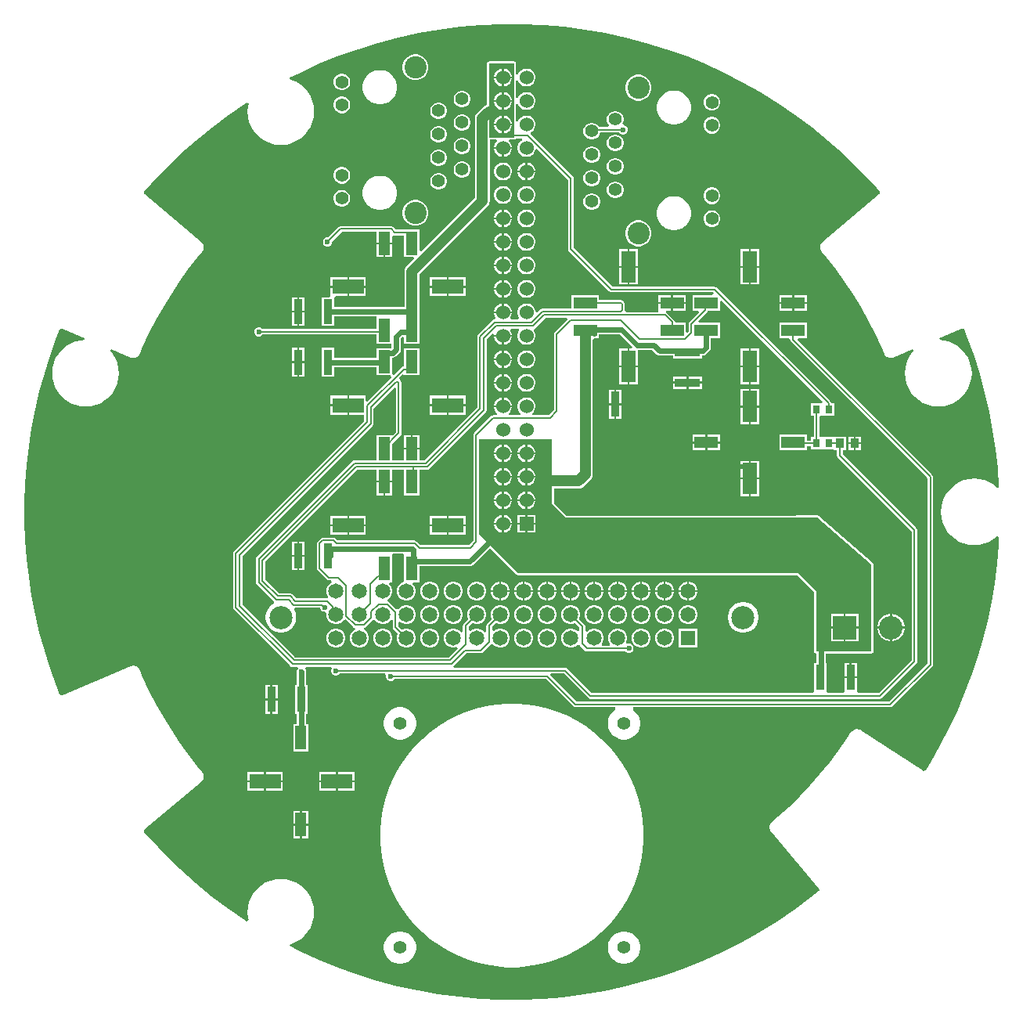
<source format=gtl>
G04*
G04 #@! TF.GenerationSoftware,Altium Limited,Altium Designer,25.5.2 (35)*
G04*
G04 Layer_Physical_Order=1*
G04 Layer_Color=255*
%FSLAX44Y44*%
%MOMM*%
G71*
G04*
G04 #@! TF.SameCoordinates,F72C58DA-7479-44D0-9E82-083B63CA5D52*
G04*
G04*
G04 #@! TF.FilePolarity,Positive*
G04*
G01*
G75*
%ADD13C,0.2000*%
%ADD15R,2.5400X1.2700*%
%ADD16R,1.6500X3.4300*%
%ADD17R,0.9000X1.0500*%
%ADD18R,0.8000X0.9500*%
%ADD19R,1.2700X2.5400*%
%ADD20R,3.4300X1.6500*%
%ADD21R,0.9542X2.7062*%
%ADD22R,2.7062X0.9542*%
%ADD35C,2.5000*%
%ADD41C,0.6000*%
%ADD42C,1.2000*%
%ADD43C,2.5500*%
%ADD44C,1.5300*%
%ADD45C,1.6500*%
%ADD46R,2.5500X2.5500*%
%ADD47C,2.4000*%
%ADD48C,1.4000*%
%ADD49R,1.5300X1.5300*%
%ADD50R,1.6500X1.6500*%
%ADD51C,0.6000*%
G36*
X563889Y1056548D02*
X586369Y1054620D01*
X608746Y1051733D01*
X630980Y1047892D01*
X653028Y1043103D01*
X674852Y1037377D01*
X696411Y1030722D01*
X717666Y1023152D01*
X738578Y1014679D01*
X759107Y1005321D01*
X779219Y995093D01*
X798875Y984015D01*
X818038Y972106D01*
X836676Y959389D01*
X854752Y945887D01*
X872234Y931624D01*
X889091Y916626D01*
X905292Y900921D01*
X920805Y884539D01*
X928046Y876206D01*
X928142Y876041D01*
X928294Y875188D01*
X928145Y874335D01*
X927712Y873585D01*
X927381Y873307D01*
X927380Y873307D01*
X866101Y821887D01*
X866022Y821788D01*
X865917Y821717D01*
X865232Y821016D01*
X865027Y820703D01*
X864793Y820411D01*
X863892Y818680D01*
X863614Y817726D01*
X863444Y815782D01*
X863552Y814793D01*
X864139Y812933D01*
X864319Y812605D01*
X864466Y812260D01*
X865019Y811451D01*
X865109Y811363D01*
X865170Y811252D01*
X870385Y805037D01*
X880347Y792229D01*
X889827Y779060D01*
X898813Y765549D01*
X907291Y751713D01*
X915250Y737574D01*
X922680Y723149D01*
X929569Y708457D01*
X932739Y700990D01*
X932810Y700885D01*
X932848Y700764D01*
X933318Y699904D01*
X933558Y699617D01*
X933768Y699307D01*
X935160Y697940D01*
X935992Y697394D01*
X935992Y697394D01*
X937801Y696664D01*
X938777Y696478D01*
X940728Y696495D01*
X941095Y696571D01*
X941467Y696611D01*
X942403Y696904D01*
X942514Y696965D01*
X942637Y696990D01*
X963233Y705733D01*
X964448Y704076D01*
X962065Y701286D01*
X959105Y696454D01*
X956936Y691219D01*
X955613Y685709D01*
X955169Y680060D01*
X955613Y674411D01*
X956936Y668901D01*
X959105Y663666D01*
X962065Y658834D01*
X965745Y654526D01*
X970054Y650845D01*
X974886Y647885D01*
X980121Y645716D01*
X985631Y644393D01*
X991280Y643949D01*
X996929Y644393D01*
X1002439Y645716D01*
X1007674Y647885D01*
X1012506Y650845D01*
X1016815Y654526D01*
X1020495Y658834D01*
X1023455Y663666D01*
X1025624Y668901D01*
X1026947Y674411D01*
X1027391Y680060D01*
X1026947Y685709D01*
X1025624Y691219D01*
X1023455Y696454D01*
X1020495Y701286D01*
X1016815Y705595D01*
X1012506Y709275D01*
X1007674Y712235D01*
X1002439Y714404D01*
X996929Y715727D01*
X992683Y716061D01*
X992352Y718093D01*
X1016273Y728247D01*
X1016273Y728247D01*
X1016672Y728416D01*
X1017537Y728461D01*
X1018364Y728207D01*
X1019055Y727684D01*
X1019159Y727524D01*
X1022952Y718141D01*
X1029958Y698637D01*
X1036194Y678873D01*
X1041648Y658880D01*
X1046312Y638687D01*
X1050180Y618326D01*
X1053246Y597831D01*
X1055504Y577229D01*
X1056914Y557086D01*
X1055722Y556299D01*
X1054962Y556141D01*
X1051289Y559278D01*
X1046458Y562239D01*
X1041223Y564407D01*
X1035713Y565730D01*
X1030063Y566175D01*
X1024414Y565730D01*
X1018904Y564407D01*
X1013669Y562239D01*
X1008838Y559278D01*
X1004529Y555598D01*
X1000849Y551289D01*
X997888Y546458D01*
X995720Y541222D01*
X994397Y535713D01*
X993952Y530064D01*
X994397Y524414D01*
X995720Y518904D01*
X997888Y513669D01*
X1000849Y508838D01*
X1004529Y504529D01*
X1008838Y500849D01*
X1013669Y497888D01*
X1018904Y495720D01*
X1024414Y494397D01*
X1030063Y493952D01*
X1035713Y494397D01*
X1041223Y495720D01*
X1046458Y497888D01*
X1051289Y500849D01*
X1054864Y503902D01*
X1056820Y502942D01*
X1056411Y494417D01*
X1054604Y473771D01*
X1051988Y453212D01*
X1048567Y432772D01*
X1044346Y412482D01*
X1039331Y392375D01*
X1033530Y372478D01*
X1026952Y352826D01*
X1019607Y333446D01*
X1011507Y314370D01*
X1002664Y295627D01*
X993092Y277246D01*
X982805Y259255D01*
X977442Y250672D01*
X977313Y250532D01*
X976542Y250138D01*
X975683Y250031D01*
X974839Y250225D01*
X974476Y250461D01*
X974476Y250461D01*
X974476Y250461D01*
X907386Y294030D01*
X907269Y294076D01*
X907170Y294155D01*
X906300Y294606D01*
X905940Y294710D01*
X905592Y294849D01*
X903674Y295204D01*
X903674Y295204D01*
X902679Y295191D01*
X900771Y294786D01*
X899857Y294393D01*
X898250Y293288D01*
X897988Y293020D01*
X897702Y292779D01*
X897090Y292013D01*
X897032Y291901D01*
X896944Y291810D01*
X892525Y285006D01*
X883189Y271734D01*
X873368Y258818D01*
X863074Y246276D01*
X852322Y234123D01*
X841127Y222377D01*
X829504Y211055D01*
X817470Y200171D01*
X811255Y194956D01*
X811175Y194857D01*
X811071Y194786D01*
X810386Y194085D01*
X810181Y193772D01*
X809947Y193480D01*
X809046Y191749D01*
X808767Y190795D01*
X808597Y188851D01*
X808706Y187862D01*
X809292Y186002D01*
X809473Y185674D01*
X809620Y185329D01*
X810173Y184520D01*
X810263Y184432D01*
X810324Y184321D01*
X861744Y123041D01*
X861744Y123041D01*
X862022Y122710D01*
X862318Y121896D01*
X862317Y121030D01*
X862019Y120216D01*
X861896Y120070D01*
X853337Y113137D01*
X835256Y99725D01*
X816620Y87097D01*
X797461Y75276D01*
X777815Y64282D01*
X757718Y54136D01*
X737207Y44858D01*
X716319Y36463D01*
X695092Y28966D01*
X673564Y22382D01*
X651775Y16722D01*
X629763Y11997D01*
X607571Y8216D01*
X585238Y5384D01*
X562804Y3508D01*
X540310Y2591D01*
X517797Y2634D01*
X495308Y3637D01*
X472881Y5599D01*
X450559Y8516D01*
X428380Y12383D01*
X406388Y17193D01*
X384621Y22936D01*
X363118Y29602D01*
X341920Y37180D01*
X321063Y45656D01*
X300588Y55013D01*
X289901Y60460D01*
X290136Y62446D01*
X291222Y62707D01*
X296458Y64875D01*
X301289Y67836D01*
X305598Y71516D01*
X309278Y75825D01*
X312239Y80657D01*
X314407Y85892D01*
X315730Y91402D01*
X316175Y97051D01*
X315730Y102700D01*
X314407Y108210D01*
X312239Y113445D01*
X309278Y118277D01*
X305598Y122585D01*
X301289Y126265D01*
X296458Y129226D01*
X291222Y131395D01*
X285713Y132718D01*
X280063Y133162D01*
X274414Y132718D01*
X268904Y131395D01*
X263669Y129226D01*
X258838Y126265D01*
X254529Y122585D01*
X250849Y118277D01*
X247888Y113445D01*
X245720Y108210D01*
X244397Y102700D01*
X243952Y97051D01*
X244397Y91402D01*
X245089Y88517D01*
X243336Y87252D01*
X241814Y88199D01*
X223225Y100899D01*
X205196Y114380D01*
X187758Y128618D01*
X170943Y143587D01*
X154783Y159259D01*
X139305Y175607D01*
X132081Y183921D01*
X131985Y184086D01*
X131833Y184939D01*
X131982Y185792D01*
X132415Y186542D01*
X132746Y186821D01*
X132746Y186821D01*
X194026Y238240D01*
X194105Y238339D01*
X194209Y238410D01*
X194895Y239111D01*
X195100Y239424D01*
X195334Y239716D01*
X196235Y241447D01*
X196513Y242402D01*
X196683Y244345D01*
X196575Y245334D01*
X195988Y247194D01*
X195808Y247523D01*
X195661Y247867D01*
X195108Y248676D01*
X195017Y248764D01*
X194956Y248875D01*
X189742Y255090D01*
X179779Y267899D01*
X170299Y281067D01*
X161314Y294578D01*
X152836Y308414D01*
X144877Y322553D01*
X137447Y336978D01*
X130557Y351670D01*
X127388Y359138D01*
X127316Y359242D01*
X127279Y359363D01*
X126809Y360223D01*
X126569Y360511D01*
X126358Y360820D01*
X124967Y362188D01*
X124135Y362733D01*
X124135Y362733D01*
X122326Y363464D01*
X121349Y363649D01*
X119398Y363632D01*
X119032Y363556D01*
X118659Y363516D01*
X117724Y363223D01*
X117613Y363163D01*
X117489Y363137D01*
X43854Y331880D01*
X43853Y331880D01*
X43455Y331711D01*
X42590Y331666D01*
X41762Y331921D01*
X41072Y332443D01*
X40968Y332603D01*
X37261Y341773D01*
X30393Y360840D01*
X24262Y380156D01*
X18878Y399693D01*
X14247Y419423D01*
X10379Y439316D01*
X7277Y459344D01*
X4946Y479474D01*
X3391Y499681D01*
X2612Y519931D01*
X2612Y540197D01*
X3391Y560448D01*
X4946Y580654D01*
X7277Y600785D01*
X10379Y620812D01*
X14248Y640705D01*
X18878Y660435D01*
X24262Y679972D01*
X30393Y699289D01*
X37261Y718354D01*
X40971Y727523D01*
X41075Y727684D01*
X41766Y728207D01*
X42593Y728461D01*
X43458Y728416D01*
X43857Y728247D01*
X43857Y728247D01*
X67769Y718097D01*
X67438Y716064D01*
X63193Y715730D01*
X57683Y714407D01*
X52448Y712239D01*
X47617Y709278D01*
X43308Y705598D01*
X39628Y701289D01*
X36667Y696458D01*
X34498Y691223D01*
X33176Y685713D01*
X32731Y680063D01*
X33176Y674415D01*
X34498Y668904D01*
X36667Y663669D01*
X39628Y658838D01*
X43308Y654529D01*
X47617Y650849D01*
X52448Y647888D01*
X57683Y645720D01*
X63193Y644397D01*
X68842Y643952D01*
X74491Y644397D01*
X80001Y645720D01*
X85237Y647888D01*
X90068Y650849D01*
X94377Y654529D01*
X98057Y658838D01*
X101018Y663669D01*
X103186Y668904D01*
X104509Y674415D01*
X104954Y680063D01*
X104509Y685713D01*
X103186Y691223D01*
X101018Y696458D01*
X98057Y701289D01*
X95674Y704079D01*
X96889Y705736D01*
X117493Y696990D01*
X117616Y696965D01*
X117727Y696904D01*
X118663Y696611D01*
X119035Y696571D01*
X119402Y696495D01*
X121352Y696478D01*
X122330Y696664D01*
X124138Y697394D01*
X124970Y697940D01*
X126361Y699307D01*
X126572Y699617D01*
X126812Y699904D01*
X127282Y700764D01*
X127319Y700885D01*
X127391Y700990D01*
X130561Y708457D01*
X137450Y723149D01*
X144880Y737574D01*
X152839Y751714D01*
X161317Y765549D01*
X170303Y779060D01*
X179783Y792229D01*
X189745Y805037D01*
X194960Y811252D01*
X195021Y811363D01*
X195111Y811451D01*
X195664Y812260D01*
X195811Y812605D01*
X195991Y812933D01*
X196578Y814793D01*
X196686Y815782D01*
X196516Y817726D01*
X196238Y818680D01*
X195337Y820411D01*
X195103Y820703D01*
X194898Y821016D01*
X194213Y821717D01*
X194108Y821788D01*
X194029Y821887D01*
X132750Y873307D01*
X132749Y873307D01*
X132418Y873585D01*
X131985Y874335D01*
X131836Y875188D01*
X131987Y876037D01*
X132083Y876201D01*
X139327Y884537D01*
X154840Y900920D01*
X171041Y916625D01*
X187897Y931622D01*
X205380Y945885D01*
X223456Y959388D01*
X242093Y972105D01*
X243337Y972878D01*
X245090Y971613D01*
X244397Y968725D01*
X243952Y963076D01*
X244397Y957427D01*
X245720Y951917D01*
X247888Y946682D01*
X250849Y941851D01*
X254529Y937542D01*
X258838Y933861D01*
X263669Y930901D01*
X268904Y928732D01*
X274414Y927410D01*
X280063Y926965D01*
X285713Y927410D01*
X291222Y928732D01*
X296458Y930901D01*
X301289Y933861D01*
X305598Y937542D01*
X309278Y941851D01*
X312239Y946682D01*
X314407Y951917D01*
X315730Y957427D01*
X316175Y963076D01*
X315730Y968725D01*
X314407Y974235D01*
X312239Y979470D01*
X309278Y984302D01*
X305598Y988611D01*
X301289Y992291D01*
X296458Y995252D01*
X291222Y997420D01*
X290141Y997680D01*
X289906Y999666D01*
X301024Y1005320D01*
X321554Y1014679D01*
X342466Y1023151D01*
X363720Y1030721D01*
X385279Y1037376D01*
X407103Y1043103D01*
X429152Y1047891D01*
X451385Y1051733D01*
X473762Y1054620D01*
X496242Y1056547D01*
X518784Y1057512D01*
X541347Y1057512D01*
X563889Y1056548D01*
D02*
G37*
%LPC*%
G36*
X427443Y1024900D02*
X423757D01*
X420196Y1023946D01*
X417004Y1022103D01*
X414397Y1019496D01*
X412554Y1016304D01*
X411600Y1012743D01*
Y1009057D01*
X412554Y1005496D01*
X414397Y1002304D01*
X417004Y999697D01*
X420196Y997854D01*
X423757Y996900D01*
X427443D01*
X431004Y997854D01*
X434196Y999697D01*
X436803Y1002304D01*
X438646Y1005496D01*
X439600Y1009057D01*
Y1012743D01*
X438646Y1016304D01*
X436803Y1019496D01*
X434196Y1022103D01*
X431004Y1023946D01*
X427443Y1024900D01*
D02*
G37*
G36*
X532500Y1017289D02*
X505000D01*
X504220Y1017134D01*
X503558Y1016692D01*
X503116Y1016030D01*
X502961Y1015250D01*
Y970540D01*
X501024Y969738D01*
X499353Y968456D01*
X492324Y961426D01*
X491041Y959755D01*
X490235Y957809D01*
X489960Y955721D01*
Y869758D01*
X431949Y811746D01*
X430101Y812512D01*
Y835201D01*
X416696D01*
X416401Y835260D01*
X416401Y835260D01*
X404610D01*
X401506Y838364D01*
X400514Y839027D01*
X399343Y839260D01*
X399343Y839260D01*
X344951D01*
X344951Y839260D01*
X343780Y839027D01*
X342788Y838364D01*
X342788Y838364D01*
X331174Y826750D01*
X329505D01*
X327668Y825989D01*
X326261Y824582D01*
X325500Y822745D01*
Y820755D01*
X326261Y818918D01*
X327668Y817511D01*
X329505Y816750D01*
X331495D01*
X333332Y817511D01*
X334739Y818918D01*
X335500Y820755D01*
Y822424D01*
X346218Y833142D01*
X383401D01*
Y821501D01*
X400101D01*
Y828354D01*
X401100Y829122D01*
X402101Y829423D01*
X402173Y829375D01*
X403343Y829142D01*
X413401D01*
Y805801D01*
X423390D01*
X424156Y803953D01*
X416045Y795843D01*
X414763Y794172D01*
X413957Y792225D01*
X413682Y790137D01*
Y751848D01*
X338021D01*
Y761251D01*
X338021Y762281D01*
X339619Y763251D01*
X351901D01*
Y772501D01*
X333751D01*
Y764281D01*
X333751Y763251D01*
X332152Y762281D01*
X324479D01*
Y731219D01*
X338021D01*
Y741652D01*
X381588D01*
X383401Y741201D01*
Y728059D01*
X260262D01*
X259082Y729239D01*
X257245Y730000D01*
X255255D01*
X253418Y729239D01*
X252011Y727832D01*
X251250Y725995D01*
Y724005D01*
X252011Y722168D01*
X253418Y720761D01*
X255255Y720000D01*
X257245D01*
X259082Y720761D01*
X260262Y721941D01*
X383401D01*
Y711801D01*
X399652D01*
Y707826D01*
X399124Y707297D01*
X395099D01*
X394607Y707199D01*
X383399D01*
Y697098D01*
X338021D01*
Y707531D01*
X324479D01*
Y676469D01*
X338021D01*
Y686902D01*
X383399D01*
Y677799D01*
X398440D01*
X399145Y677799D01*
X399973Y675799D01*
X373897Y649723D01*
X372049Y650488D01*
Y655749D01*
X353899D01*
Y645499D01*
Y635249D01*
X370145D01*
Y628441D01*
X229242Y487538D01*
X228579Y486546D01*
X228346Y485375D01*
X228346Y485375D01*
Y426875D01*
X228346Y426875D01*
X228579Y425704D01*
X229242Y424712D01*
X290617Y363337D01*
X291609Y362674D01*
X292780Y362441D01*
X292780Y362441D01*
X298042D01*
X298046Y362435D01*
X298652Y361129D01*
X298732Y360441D01*
X298645Y360355D01*
X298366Y359937D01*
X298261Y359832D01*
X298204Y359695D01*
X297540Y358701D01*
X297152Y356750D01*
Y342781D01*
X295479D01*
Y311719D01*
X296902D01*
Y300450D01*
X293400D01*
Y271050D01*
X310100D01*
Y300450D01*
X307098D01*
Y311719D01*
X309021D01*
Y342781D01*
X307348D01*
Y355638D01*
X307500Y356005D01*
Y356507D01*
X307598Y357000D01*
X307500Y357492D01*
Y357994D01*
X307308Y358458D01*
X307210Y358951D01*
X306931Y359368D01*
X306739Y359832D01*
X306384Y360187D01*
X306214Y360441D01*
X306403Y361247D01*
X306954Y362435D01*
X306958Y362441D01*
X334007D01*
X334996Y360441D01*
X334500Y359245D01*
Y357255D01*
X335261Y355418D01*
X336668Y354011D01*
X338505Y353250D01*
X340495D01*
X342332Y354011D01*
X343512Y355191D01*
X392641D01*
X394000Y353245D01*
Y351255D01*
X394761Y349418D01*
X396168Y348011D01*
X398005Y347250D01*
X399995D01*
X401832Y348011D01*
X403012Y349191D01*
X566933D01*
X596537Y319587D01*
X596537Y319587D01*
X597530Y318924D01*
X598700Y318691D01*
X641512D01*
X641758Y318362D01*
X641307Y315674D01*
X640158Y314907D01*
X637720Y312469D01*
X635805Y309603D01*
X634486Y306418D01*
X633814Y303037D01*
Y299590D01*
X634486Y296209D01*
X635805Y293024D01*
X637720Y290158D01*
X640158Y287720D01*
X643024Y285805D01*
X646209Y284486D01*
X649590Y283813D01*
X653037D01*
X656418Y284486D01*
X659603Y285805D01*
X662469Y287720D01*
X664907Y290158D01*
X666822Y293024D01*
X668141Y296209D01*
X668813Y299590D01*
Y303037D01*
X668141Y306418D01*
X666822Y309603D01*
X664907Y312469D01*
X662469Y314907D01*
X661320Y315674D01*
X660869Y318362D01*
X661115Y318691D01*
X939250D01*
X939250Y318691D01*
X940421Y318924D01*
X941413Y319587D01*
X984913Y363087D01*
X984913Y363087D01*
X985576Y364080D01*
X985809Y365250D01*
Y567750D01*
X985809Y567750D01*
X985576Y568921D01*
X984913Y569913D01*
X984913Y569913D01*
X838927Y715899D01*
X839755Y717899D01*
X848951D01*
Y734599D01*
X819551D01*
Y717899D01*
X830072D01*
X831192Y716249D01*
X831425Y715079D01*
X832088Y714086D01*
X979691Y566483D01*
Y366517D01*
X937983Y324809D01*
X599967D01*
X571585Y353191D01*
X572413Y355191D01*
X586333D01*
X612656Y328868D01*
X613649Y328205D01*
X614819Y327972D01*
X928160D01*
X928160Y327972D01*
X929331Y328205D01*
X930323Y328868D01*
X967663Y366208D01*
X967663Y366208D01*
X968326Y367200D01*
X968559Y368371D01*
Y510250D01*
X968326Y511421D01*
X967663Y512413D01*
X967663Y512413D01*
X887809Y592267D01*
Y597000D01*
X891250D01*
Y611500D01*
X878250D01*
Y611000D01*
X867500D01*
X866000Y611000D01*
X863973Y611000D01*
X862559Y612414D01*
Y632586D01*
X863973Y634000D01*
X866000Y634000D01*
X867500Y634000D01*
X878500D01*
Y647500D01*
X875489D01*
X875290Y648499D01*
X874627Y649491D01*
X874627Y649491D01*
X751455Y772663D01*
X750463Y773326D01*
X749293Y773559D01*
X749292Y773559D01*
X638767D01*
X596839Y815486D01*
Y890581D01*
X596839Y890581D01*
X596607Y891751D01*
X595944Y892744D01*
X595943Y892744D01*
X550363Y938324D01*
X550695Y940820D01*
X551575Y941328D01*
X553372Y943125D01*
X554642Y945325D01*
X555300Y947779D01*
Y950321D01*
X554642Y952775D01*
X553372Y954975D01*
X551575Y956772D01*
X549375Y958042D01*
X546920Y958700D01*
X544380D01*
X541925Y958042D01*
X539725Y956772D01*
X537928Y954975D01*
X536658Y952775D01*
X536539Y952333D01*
X534539Y952596D01*
Y970904D01*
X536539Y971167D01*
X536658Y970725D01*
X537928Y968525D01*
X539725Y966728D01*
X541925Y965458D01*
X544380Y964800D01*
X546920D01*
X549375Y965458D01*
X551575Y966728D01*
X553372Y968525D01*
X554642Y970725D01*
X555300Y973179D01*
Y975721D01*
X554642Y978175D01*
X553372Y980375D01*
X551575Y982172D01*
X549375Y983442D01*
X546920Y984100D01*
X544380D01*
X541925Y983442D01*
X539725Y982172D01*
X537928Y980375D01*
X536658Y978175D01*
X536539Y977733D01*
X534539Y977996D01*
Y996304D01*
X536539Y996567D01*
X536658Y996125D01*
X537928Y993925D01*
X539725Y992128D01*
X541925Y990858D01*
X544380Y990200D01*
X546920D01*
X549375Y990858D01*
X551575Y992128D01*
X553372Y993925D01*
X554642Y996125D01*
X555300Y998579D01*
Y1001121D01*
X554642Y1003575D01*
X553372Y1005775D01*
X551575Y1007572D01*
X549375Y1008842D01*
X546920Y1009500D01*
X544380D01*
X541925Y1008842D01*
X539725Y1007572D01*
X537928Y1005775D01*
X536658Y1003575D01*
X536539Y1003133D01*
X534539Y1003396D01*
Y1015250D01*
X534384Y1016030D01*
X533942Y1016692D01*
X533280Y1017134D01*
X532500Y1017289D01*
D02*
G37*
G36*
X347185Y1004150D02*
X344815D01*
X342526Y1003537D01*
X340474Y1002352D01*
X338798Y1000676D01*
X337613Y998624D01*
X337000Y996335D01*
Y993965D01*
X337613Y991676D01*
X338798Y989624D01*
X340474Y987948D01*
X342526Y986763D01*
X344815Y986150D01*
X347185D01*
X349474Y986763D01*
X351526Y987948D01*
X353202Y989624D01*
X354387Y991676D01*
X355000Y993965D01*
Y996335D01*
X354387Y998624D01*
X353202Y1000676D01*
X351526Y1002352D01*
X349474Y1003537D01*
X347185Y1004150D01*
D02*
G37*
G36*
X668593Y1002850D02*
X664907D01*
X661346Y1001896D01*
X658154Y1000053D01*
X655547Y997446D01*
X653704Y994254D01*
X652750Y990693D01*
Y987007D01*
X653704Y983446D01*
X655547Y980254D01*
X658154Y977647D01*
X661346Y975804D01*
X664907Y974850D01*
X668593D01*
X672154Y975804D01*
X675346Y977647D01*
X677953Y980254D01*
X679796Y983446D01*
X680750Y987007D01*
Y990693D01*
X679796Y994254D01*
X677953Y997446D01*
X675346Y1000053D01*
X672154Y1001896D01*
X668593Y1002850D01*
D02*
G37*
G36*
X388922Y1007800D02*
X385278D01*
X381704Y1007089D01*
X378337Y1005695D01*
X375307Y1003670D01*
X372730Y1001093D01*
X370705Y998063D01*
X369311Y994696D01*
X368600Y991122D01*
Y987478D01*
X369311Y983904D01*
X370705Y980537D01*
X372730Y977507D01*
X375307Y974930D01*
X378337Y972906D01*
X381704Y971511D01*
X385278Y970800D01*
X388922D01*
X392496Y971511D01*
X395863Y972906D01*
X398893Y974930D01*
X401470Y977507D01*
X403494Y980537D01*
X404889Y983904D01*
X405600Y987478D01*
Y991122D01*
X404889Y994696D01*
X403494Y998063D01*
X401470Y1001093D01*
X398893Y1003670D01*
X395863Y1005695D01*
X392496Y1007089D01*
X388922Y1007800D01*
D02*
G37*
G36*
X477185Y985600D02*
X474815D01*
X472526Y984987D01*
X470474Y983802D01*
X468798Y982126D01*
X467613Y980074D01*
X467000Y977785D01*
Y975415D01*
X467613Y973126D01*
X468798Y971074D01*
X470474Y969398D01*
X472526Y968213D01*
X474815Y967600D01*
X477185D01*
X479474Y968213D01*
X481526Y969398D01*
X483202Y971074D01*
X484387Y973126D01*
X485000Y975415D01*
Y977785D01*
X484387Y980074D01*
X483202Y982126D01*
X481526Y983802D01*
X479474Y984987D01*
X477185Y985600D01*
D02*
G37*
G36*
X747535Y982100D02*
X745165D01*
X742876Y981487D01*
X740824Y980302D01*
X739148Y978626D01*
X737963Y976574D01*
X737350Y974285D01*
Y971915D01*
X737963Y969626D01*
X739148Y967574D01*
X740824Y965898D01*
X742876Y964713D01*
X745165Y964100D01*
X747535D01*
X749824Y964713D01*
X751876Y965898D01*
X753552Y967574D01*
X754737Y969626D01*
X755350Y971915D01*
Y974285D01*
X754737Y976574D01*
X753552Y978626D01*
X751876Y980302D01*
X749824Y981487D01*
X747535Y982100D01*
D02*
G37*
G36*
X347185Y979250D02*
X344815D01*
X342526Y978637D01*
X340474Y977452D01*
X338798Y975776D01*
X337613Y973724D01*
X337000Y971435D01*
Y969065D01*
X337613Y966776D01*
X338798Y964724D01*
X340474Y963048D01*
X342526Y961863D01*
X344815Y961250D01*
X347185D01*
X349474Y961863D01*
X351526Y963048D01*
X353202Y964724D01*
X354387Y966776D01*
X355000Y969065D01*
Y971435D01*
X354387Y973724D01*
X353202Y975776D01*
X351526Y977452D01*
X349474Y978637D01*
X347185Y979250D01*
D02*
G37*
G36*
X451785Y972900D02*
X449415D01*
X447126Y972287D01*
X445074Y971102D01*
X443398Y969426D01*
X442213Y967374D01*
X441600Y965085D01*
Y962715D01*
X442213Y960426D01*
X443398Y958374D01*
X445074Y956698D01*
X447126Y955513D01*
X449415Y954900D01*
X451785D01*
X454074Y955513D01*
X456126Y956698D01*
X457802Y958374D01*
X458987Y960426D01*
X459600Y962715D01*
Y965085D01*
X458987Y967374D01*
X457802Y969426D01*
X456126Y971102D01*
X454074Y972287D01*
X451785Y972900D01*
D02*
G37*
G36*
X707072Y985750D02*
X703428D01*
X699854Y985039D01*
X696487Y983644D01*
X693457Y981620D01*
X690880Y979043D01*
X688856Y976013D01*
X687461Y972646D01*
X686750Y969072D01*
Y965428D01*
X687461Y961854D01*
X688856Y958487D01*
X690880Y955457D01*
X693457Y952880D01*
X696487Y950855D01*
X699854Y949461D01*
X703428Y948750D01*
X707072D01*
X710646Y949461D01*
X714013Y950855D01*
X717043Y952880D01*
X719620Y955457D01*
X721645Y958487D01*
X723039Y961854D01*
X723750Y965428D01*
Y969072D01*
X723039Y972646D01*
X721645Y976013D01*
X719620Y979043D01*
X717043Y981620D01*
X714013Y983644D01*
X710646Y985039D01*
X707072Y985750D01*
D02*
G37*
G36*
X642935Y963550D02*
X640565D01*
X638276Y962937D01*
X636224Y961752D01*
X634548Y960076D01*
X633363Y958024D01*
X632750Y955735D01*
Y953365D01*
X633363Y951076D01*
X634548Y949024D01*
X635125Y948447D01*
X634296Y946448D01*
X624088D01*
X623552Y947376D01*
X621876Y949052D01*
X619824Y950237D01*
X617535Y950850D01*
X615165D01*
X612876Y950237D01*
X610824Y949052D01*
X609148Y947376D01*
X607963Y945324D01*
X607350Y943035D01*
Y940665D01*
X607963Y938376D01*
X609148Y936324D01*
X610824Y934648D01*
X612876Y933463D01*
X615165Y932850D01*
X617535D01*
X619824Y933463D01*
X621876Y934648D01*
X623552Y936324D01*
X624737Y938376D01*
X625260Y940330D01*
X646126D01*
X647306Y939150D01*
X649144Y938389D01*
X651133D01*
X652971Y939150D01*
X654378Y940556D01*
X655139Y942394D01*
Y944383D01*
X654378Y946221D01*
X652971Y947627D01*
X651133Y948389D01*
X650894D01*
X649740Y950389D01*
X650137Y951076D01*
X650750Y953365D01*
Y955735D01*
X650137Y958024D01*
X648952Y960076D01*
X647276Y961752D01*
X645224Y962937D01*
X642935Y963550D01*
D02*
G37*
G36*
X477185Y960200D02*
X474815D01*
X472526Y959587D01*
X470474Y958402D01*
X468798Y956726D01*
X467613Y954674D01*
X467000Y952385D01*
Y950015D01*
X467613Y947726D01*
X468798Y945674D01*
X470474Y943998D01*
X472526Y942813D01*
X474815Y942200D01*
X477185D01*
X479474Y942813D01*
X481526Y943998D01*
X483202Y945674D01*
X484387Y947726D01*
X485000Y950015D01*
Y952385D01*
X484387Y954674D01*
X483202Y956726D01*
X481526Y958402D01*
X479474Y959587D01*
X477185Y960200D01*
D02*
G37*
G36*
X747535Y957200D02*
X745165D01*
X742876Y956587D01*
X740824Y955402D01*
X739148Y953726D01*
X737963Y951674D01*
X737350Y949385D01*
Y947015D01*
X737963Y944726D01*
X739148Y942674D01*
X740824Y940998D01*
X742876Y939813D01*
X745165Y939200D01*
X747535D01*
X749824Y939813D01*
X751876Y940998D01*
X753552Y942674D01*
X754737Y944726D01*
X755350Y947015D01*
Y949385D01*
X754737Y951674D01*
X753552Y953726D01*
X751876Y955402D01*
X749824Y956587D01*
X747535Y957200D01*
D02*
G37*
G36*
X451785Y947500D02*
X449415D01*
X447126Y946887D01*
X445074Y945702D01*
X443398Y944026D01*
X442213Y941974D01*
X441600Y939685D01*
Y937315D01*
X442213Y935026D01*
X443398Y932974D01*
X445074Y931298D01*
X447126Y930113D01*
X449415Y929500D01*
X451785D01*
X454074Y930113D01*
X456126Y931298D01*
X457802Y932974D01*
X458987Y935026D01*
X459600Y937315D01*
Y939685D01*
X458987Y941974D01*
X457802Y944026D01*
X456126Y945702D01*
X454074Y946887D01*
X451785Y947500D01*
D02*
G37*
G36*
X642935Y938150D02*
X640565D01*
X638276Y937537D01*
X636224Y936352D01*
X634548Y934676D01*
X633363Y932624D01*
X632750Y930335D01*
Y927965D01*
X633363Y925676D01*
X634548Y923624D01*
X636224Y921948D01*
X638276Y920763D01*
X640565Y920150D01*
X642935D01*
X645224Y920763D01*
X647276Y921948D01*
X648952Y923624D01*
X650137Y925676D01*
X650750Y927965D01*
Y930335D01*
X650137Y932624D01*
X648952Y934676D01*
X647276Y936352D01*
X645224Y937537D01*
X642935Y938150D01*
D02*
G37*
G36*
X477185Y934800D02*
X474815D01*
X472526Y934187D01*
X470474Y933002D01*
X468798Y931326D01*
X467613Y929274D01*
X467000Y926985D01*
Y924615D01*
X467613Y922326D01*
X468798Y920274D01*
X470474Y918598D01*
X472526Y917413D01*
X474815Y916800D01*
X477185D01*
X479474Y917413D01*
X481526Y918598D01*
X483202Y920274D01*
X484387Y922326D01*
X485000Y924615D01*
Y926985D01*
X484387Y929274D01*
X483202Y931326D01*
X481526Y933002D01*
X479474Y934187D01*
X477185Y934800D01*
D02*
G37*
G36*
X617535Y925450D02*
X615165D01*
X612876Y924837D01*
X610824Y923652D01*
X609148Y921976D01*
X607963Y919924D01*
X607350Y917635D01*
Y915265D01*
X607963Y912976D01*
X609148Y910924D01*
X610824Y909248D01*
X612876Y908063D01*
X615165Y907450D01*
X617535D01*
X619824Y908063D01*
X621876Y909248D01*
X623552Y910924D01*
X624737Y912976D01*
X625350Y915265D01*
Y917635D01*
X624737Y919924D01*
X623552Y921976D01*
X621876Y923652D01*
X619824Y924837D01*
X617535Y925450D01*
D02*
G37*
G36*
X451785Y922100D02*
X449415D01*
X447126Y921487D01*
X445074Y920302D01*
X443398Y918626D01*
X442213Y916574D01*
X441600Y914285D01*
Y911915D01*
X442213Y909626D01*
X443398Y907574D01*
X445074Y905898D01*
X447126Y904713D01*
X449415Y904100D01*
X451785D01*
X454074Y904713D01*
X456126Y905898D01*
X457802Y907574D01*
X458987Y909626D01*
X459600Y911915D01*
Y914285D01*
X458987Y916574D01*
X457802Y918626D01*
X456126Y920302D01*
X454074Y921487D01*
X451785Y922100D01*
D02*
G37*
G36*
X642935Y912750D02*
X640565D01*
X638276Y912137D01*
X636224Y910952D01*
X634548Y909276D01*
X633363Y907224D01*
X632750Y904935D01*
Y902565D01*
X633363Y900276D01*
X634548Y898224D01*
X636224Y896548D01*
X638276Y895363D01*
X640565Y894750D01*
X642935D01*
X645224Y895363D01*
X647276Y896548D01*
X648952Y898224D01*
X650137Y900276D01*
X650750Y902565D01*
Y904935D01*
X650137Y907224D01*
X648952Y909276D01*
X647276Y910952D01*
X645224Y912137D01*
X642935Y912750D01*
D02*
G37*
G36*
X477185Y909400D02*
X474815D01*
X472526Y908787D01*
X470474Y907602D01*
X468798Y905926D01*
X467613Y903874D01*
X467000Y901585D01*
Y899215D01*
X467613Y896926D01*
X468798Y894874D01*
X470474Y893198D01*
X472526Y892013D01*
X474815Y891400D01*
X477185D01*
X479474Y892013D01*
X481526Y893198D01*
X483202Y894874D01*
X484387Y896926D01*
X485000Y899215D01*
Y901585D01*
X484387Y903874D01*
X483202Y905926D01*
X481526Y907602D01*
X479474Y908787D01*
X477185Y909400D01*
D02*
G37*
G36*
X347185Y903050D02*
X344815D01*
X342526Y902437D01*
X340474Y901252D01*
X338798Y899576D01*
X337613Y897524D01*
X337000Y895235D01*
Y892865D01*
X337613Y890576D01*
X338798Y888524D01*
X340474Y886848D01*
X342526Y885663D01*
X344815Y885050D01*
X347185D01*
X349474Y885663D01*
X351526Y886848D01*
X353202Y888524D01*
X354387Y890576D01*
X355000Y892865D01*
Y895235D01*
X354387Y897524D01*
X353202Y899576D01*
X351526Y901252D01*
X349474Y902437D01*
X347185Y903050D01*
D02*
G37*
G36*
X617535Y900050D02*
X615165D01*
X612876Y899437D01*
X610824Y898252D01*
X609148Y896576D01*
X607963Y894524D01*
X607350Y892235D01*
Y889865D01*
X607963Y887576D01*
X609148Y885524D01*
X610824Y883848D01*
X612876Y882663D01*
X615165Y882050D01*
X617535D01*
X619824Y882663D01*
X621876Y883848D01*
X623552Y885524D01*
X624737Y887576D01*
X625350Y889865D01*
Y892235D01*
X624737Y894524D01*
X623552Y896576D01*
X621876Y898252D01*
X619824Y899437D01*
X617535Y900050D01*
D02*
G37*
G36*
X451785Y896700D02*
X449415D01*
X447126Y896087D01*
X445074Y894902D01*
X443398Y893226D01*
X442213Y891174D01*
X441600Y888885D01*
Y886515D01*
X442213Y884226D01*
X443398Y882174D01*
X445074Y880498D01*
X447126Y879313D01*
X449415Y878700D01*
X451785D01*
X454074Y879313D01*
X456126Y880498D01*
X457802Y882174D01*
X458987Y884226D01*
X459600Y886515D01*
Y888885D01*
X458987Y891174D01*
X457802Y893226D01*
X456126Y894902D01*
X454074Y896087D01*
X451785Y896700D01*
D02*
G37*
G36*
X642935Y887350D02*
X640565D01*
X638276Y886737D01*
X636224Y885552D01*
X634548Y883876D01*
X633363Y881824D01*
X632750Y879535D01*
Y877165D01*
X633363Y874876D01*
X634548Y872824D01*
X636224Y871148D01*
X638276Y869963D01*
X640565Y869350D01*
X642935D01*
X645224Y869963D01*
X647276Y871148D01*
X648952Y872824D01*
X650137Y874876D01*
X650750Y877165D01*
Y879535D01*
X650137Y881824D01*
X648952Y883876D01*
X647276Y885552D01*
X645224Y886737D01*
X642935Y887350D01*
D02*
G37*
G36*
X747535Y881000D02*
X745165D01*
X742876Y880387D01*
X740824Y879202D01*
X739148Y877526D01*
X737963Y875474D01*
X737350Y873185D01*
Y870815D01*
X737963Y868526D01*
X739148Y866474D01*
X740824Y864798D01*
X742876Y863613D01*
X745165Y863000D01*
X747535D01*
X749824Y863613D01*
X751876Y864798D01*
X753552Y866474D01*
X754737Y868526D01*
X755350Y870815D01*
Y873185D01*
X754737Y875474D01*
X753552Y877526D01*
X751876Y879202D01*
X749824Y880387D01*
X747535Y881000D01*
D02*
G37*
G36*
X347185Y878150D02*
X344815D01*
X342526Y877537D01*
X340474Y876352D01*
X338798Y874676D01*
X337613Y872624D01*
X337000Y870335D01*
Y867965D01*
X337613Y865676D01*
X338798Y863624D01*
X340474Y861948D01*
X342526Y860763D01*
X344815Y860150D01*
X347185D01*
X349474Y860763D01*
X351526Y861948D01*
X353202Y863624D01*
X354387Y865676D01*
X355000Y867965D01*
Y870335D01*
X354387Y872624D01*
X353202Y874676D01*
X351526Y876352D01*
X349474Y877537D01*
X347185Y878150D01*
D02*
G37*
G36*
X617535Y874650D02*
X615165D01*
X612876Y874037D01*
X610824Y872852D01*
X609148Y871176D01*
X607963Y869124D01*
X607350Y866835D01*
Y864465D01*
X607963Y862176D01*
X609148Y860124D01*
X610824Y858448D01*
X612876Y857263D01*
X615165Y856650D01*
X617535D01*
X619824Y857263D01*
X621876Y858448D01*
X623552Y860124D01*
X624737Y862176D01*
X625350Y864465D01*
Y866835D01*
X624737Y869124D01*
X623552Y871176D01*
X621876Y872852D01*
X619824Y874037D01*
X617535Y874650D01*
D02*
G37*
G36*
X388922Y893500D02*
X385278D01*
X381704Y892789D01*
X378337Y891395D01*
X375307Y889370D01*
X372730Y886793D01*
X370705Y883763D01*
X369311Y880396D01*
X368600Y876822D01*
Y873178D01*
X369311Y869604D01*
X370705Y866237D01*
X372730Y863207D01*
X375307Y860630D01*
X378337Y858605D01*
X381704Y857211D01*
X385278Y856500D01*
X388922D01*
X392496Y857211D01*
X395863Y858605D01*
X398893Y860630D01*
X401470Y863207D01*
X403494Y866237D01*
X404889Y869604D01*
X405600Y873178D01*
Y876822D01*
X404889Y880396D01*
X403494Y883763D01*
X401470Y886793D01*
X398893Y889370D01*
X395863Y891395D01*
X392496Y892789D01*
X388922Y893500D01*
D02*
G37*
G36*
X427443Y867400D02*
X423757D01*
X420196Y866446D01*
X417004Y864603D01*
X414397Y861996D01*
X412554Y858804D01*
X411600Y855243D01*
Y851557D01*
X412554Y847996D01*
X414397Y844804D01*
X417004Y842197D01*
X420196Y840354D01*
X423757Y839400D01*
X427443D01*
X431004Y840354D01*
X434196Y842197D01*
X436803Y844804D01*
X438646Y847996D01*
X439600Y851557D01*
Y855243D01*
X438646Y858804D01*
X436803Y861996D01*
X434196Y864603D01*
X431004Y866446D01*
X427443Y867400D01*
D02*
G37*
G36*
X747535Y856100D02*
X745165D01*
X742876Y855487D01*
X740824Y854302D01*
X739148Y852626D01*
X737963Y850574D01*
X737350Y848285D01*
Y845915D01*
X737963Y843626D01*
X739148Y841574D01*
X740824Y839898D01*
X742876Y838713D01*
X745165Y838100D01*
X747535D01*
X749824Y838713D01*
X751876Y839898D01*
X753552Y841574D01*
X754737Y843626D01*
X755350Y845915D01*
Y848285D01*
X754737Y850574D01*
X753552Y852626D01*
X751876Y854302D01*
X749824Y855487D01*
X747535Y856100D01*
D02*
G37*
G36*
X707072Y871450D02*
X703428D01*
X699854Y870739D01*
X696487Y869344D01*
X693457Y867320D01*
X690880Y864743D01*
X688856Y861713D01*
X687461Y858346D01*
X686750Y854772D01*
Y851128D01*
X687461Y847554D01*
X688856Y844187D01*
X690880Y841157D01*
X693457Y838580D01*
X696487Y836555D01*
X699854Y835161D01*
X703428Y834450D01*
X707072D01*
X710646Y835161D01*
X714013Y836555D01*
X717043Y838580D01*
X719620Y841157D01*
X721645Y844187D01*
X723039Y847554D01*
X723750Y851128D01*
Y854772D01*
X723039Y858346D01*
X721645Y861713D01*
X719620Y864743D01*
X717043Y867320D01*
X714013Y869344D01*
X710646Y870739D01*
X707072Y871450D01*
D02*
G37*
G36*
X668593Y845350D02*
X664907D01*
X661346Y844396D01*
X658154Y842553D01*
X655547Y839946D01*
X653704Y836754D01*
X652750Y833193D01*
Y829507D01*
X653704Y825946D01*
X655547Y822754D01*
X658154Y820147D01*
X661346Y818304D01*
X664907Y817350D01*
X668593D01*
X672154Y818304D01*
X675346Y820147D01*
X677953Y822754D01*
X679796Y825946D01*
X680750Y829507D01*
Y833193D01*
X679796Y836754D01*
X677953Y839946D01*
X675346Y842553D01*
X672154Y844396D01*
X668593Y845350D01*
D02*
G37*
G36*
X400101Y819501D02*
X392751D01*
Y805801D01*
X400101D01*
Y819501D01*
D02*
G37*
G36*
X390751D02*
X383401D01*
Y805801D01*
X390751D01*
Y819501D01*
D02*
G37*
G36*
X797501Y814249D02*
X788251D01*
Y796099D01*
X797501D01*
Y814249D01*
D02*
G37*
G36*
X666501D02*
X657251D01*
Y796099D01*
X666501D01*
Y814249D01*
D02*
G37*
G36*
X786251D02*
X777001D01*
Y796099D01*
X786251D01*
Y814249D01*
D02*
G37*
G36*
X655251D02*
X646001D01*
Y796099D01*
X655251D01*
Y814249D01*
D02*
G37*
G36*
X797501Y794099D02*
X788251D01*
Y775949D01*
X797501D01*
Y794099D01*
D02*
G37*
G36*
X786251D02*
X777001D01*
Y775949D01*
X786251D01*
Y794099D01*
D02*
G37*
G36*
X666501D02*
X657251D01*
Y775949D01*
X666501D01*
Y794099D01*
D02*
G37*
G36*
X655251D02*
X646001D01*
Y775949D01*
X655251D01*
Y794099D01*
D02*
G37*
G36*
X372051Y783751D02*
X353901D01*
Y774501D01*
X372051D01*
Y783751D01*
D02*
G37*
G36*
X351901D02*
X333751D01*
Y774501D01*
X351901D01*
Y783751D01*
D02*
G37*
G36*
X372051Y772501D02*
X353901D01*
Y763251D01*
X372051D01*
Y772501D01*
D02*
G37*
G36*
X848951Y764599D02*
X835251D01*
Y757249D01*
X848951D01*
Y764599D01*
D02*
G37*
G36*
X833251D02*
X819551D01*
Y757249D01*
X833251D01*
Y764599D01*
D02*
G37*
G36*
X848951Y755249D02*
X835251D01*
Y747899D01*
X848951D01*
Y755249D01*
D02*
G37*
G36*
X833251D02*
X819551D01*
Y747899D01*
X833251D01*
Y755249D01*
D02*
G37*
G36*
X305521Y762281D02*
X299750D01*
Y747750D01*
X305521D01*
Y762281D01*
D02*
G37*
G36*
X297750D02*
X291979D01*
Y747750D01*
X297750D01*
Y762281D01*
D02*
G37*
G36*
X305521Y745750D02*
X299750D01*
Y731219D01*
X305521D01*
Y745750D01*
D02*
G37*
G36*
X297750D02*
X291979D01*
Y731219D01*
X297750D01*
Y745750D01*
D02*
G37*
G36*
X305521Y707531D02*
X299750D01*
Y693000D01*
X305521D01*
Y707531D01*
D02*
G37*
G36*
X297750D02*
X291979D01*
Y693000D01*
X297750D01*
Y707531D01*
D02*
G37*
G36*
X305521Y691000D02*
X299750D01*
Y676469D01*
X305521D01*
Y691000D01*
D02*
G37*
G36*
X297750D02*
X291979D01*
Y676469D01*
X297750D01*
Y691000D01*
D02*
G37*
G36*
X351899Y655749D02*
X333749D01*
Y646499D01*
X351899D01*
Y655749D01*
D02*
G37*
G36*
Y644499D02*
X333749D01*
Y635249D01*
X351899D01*
Y644499D01*
D02*
G37*
G36*
X907250Y611500D02*
X901750D01*
Y605250D01*
X907250D01*
Y611500D01*
D02*
G37*
G36*
X899750D02*
X894250D01*
Y605250D01*
X899750D01*
Y611500D01*
D02*
G37*
G36*
X907250Y603250D02*
X901750D01*
Y597000D01*
X907250D01*
Y603250D01*
D02*
G37*
G36*
X899750D02*
X894250D01*
Y597000D01*
X899750D01*
Y603250D01*
D02*
G37*
G36*
X276521Y342781D02*
X270750D01*
Y328250D01*
X276521D01*
Y342781D01*
D02*
G37*
G36*
X268750D02*
X262979D01*
Y328250D01*
X268750D01*
Y342781D01*
D02*
G37*
G36*
X276521Y326250D02*
X270750D01*
Y311719D01*
X276521D01*
Y326250D01*
D02*
G37*
G36*
X268750D02*
X262979D01*
Y311719D01*
X268750D01*
Y326250D01*
D02*
G37*
G36*
X410537Y318813D02*
X407090D01*
X403709Y318141D01*
X400524Y316822D01*
X397658Y314907D01*
X395220Y312469D01*
X393305Y309603D01*
X391986Y306418D01*
X391314Y303037D01*
Y299590D01*
X391986Y296209D01*
X393305Y293024D01*
X395220Y290158D01*
X397658Y287720D01*
X400524Y285805D01*
X403709Y284486D01*
X407090Y283813D01*
X410537D01*
X413918Y284486D01*
X417103Y285805D01*
X419969Y287720D01*
X422407Y290158D01*
X424322Y293024D01*
X425641Y296209D01*
X426314Y299590D01*
Y303037D01*
X425641Y306418D01*
X424322Y309603D01*
X422407Y312469D01*
X419969Y314907D01*
X417103Y316822D01*
X413918Y318141D01*
X410537Y318813D01*
D02*
G37*
G36*
X359750Y249000D02*
X341600D01*
Y239750D01*
X359750D01*
Y249000D01*
D02*
G37*
G36*
X282050D02*
X263900D01*
Y239750D01*
X282050D01*
Y249000D01*
D02*
G37*
G36*
X339600D02*
X321450D01*
Y239750D01*
X339600D01*
Y249000D01*
D02*
G37*
G36*
X261900D02*
X243750D01*
Y239750D01*
X261900D01*
Y249000D01*
D02*
G37*
G36*
X359750Y237750D02*
X341600D01*
Y228500D01*
X359750D01*
Y237750D01*
D02*
G37*
G36*
X339600D02*
X321450D01*
Y228500D01*
X339600D01*
Y237750D01*
D02*
G37*
G36*
X282050D02*
X263900D01*
Y228500D01*
X282050D01*
Y237750D01*
D02*
G37*
G36*
X261900D02*
X243750D01*
Y228500D01*
X261900D01*
Y237750D01*
D02*
G37*
G36*
X310100Y206450D02*
X302750D01*
Y192750D01*
X310100D01*
Y206450D01*
D02*
G37*
G36*
X300750D02*
X293400D01*
Y192750D01*
X300750D01*
Y206450D01*
D02*
G37*
G36*
X310100Y190750D02*
X302750D01*
Y177050D01*
X310100D01*
Y190750D01*
D02*
G37*
G36*
X300750D02*
X293400D01*
Y177050D01*
X300750D01*
Y190750D01*
D02*
G37*
G36*
X653037Y76314D02*
X649590D01*
X646209Y75641D01*
X643024Y74322D01*
X640158Y72407D01*
X637720Y69969D01*
X635805Y67103D01*
X634486Y63918D01*
X633814Y60537D01*
Y57090D01*
X634486Y53709D01*
X635805Y50524D01*
X637720Y47658D01*
X640158Y45220D01*
X643024Y43305D01*
X646209Y41986D01*
X649590Y41314D01*
X653037D01*
X656418Y41986D01*
X659603Y43305D01*
X662469Y45220D01*
X664907Y47658D01*
X666822Y50524D01*
X668141Y53709D01*
X668813Y57090D01*
Y60537D01*
X668141Y63918D01*
X666822Y67103D01*
X664907Y69969D01*
X662469Y72407D01*
X659603Y74322D01*
X656418Y75641D01*
X653037Y76314D01*
D02*
G37*
G36*
X410537D02*
X407090D01*
X403709Y75641D01*
X400524Y74322D01*
X397658Y72407D01*
X395220Y69969D01*
X393305Y67103D01*
X391986Y63918D01*
X391314Y60537D01*
Y57090D01*
X391986Y53709D01*
X393305Y50524D01*
X395220Y47658D01*
X397658Y45220D01*
X400524Y43305D01*
X403709Y41986D01*
X407090Y41314D01*
X410537D01*
X413918Y41986D01*
X417103Y43305D01*
X419969Y45220D01*
X422407Y47658D01*
X424322Y50524D01*
X425641Y53709D01*
X426314Y57090D01*
Y60537D01*
X425641Y63918D01*
X424322Y67103D01*
X422407Y69969D01*
X419969Y72407D01*
X417103Y74322D01*
X413918Y75641D01*
X410537Y76314D01*
D02*
G37*
G36*
X535662Y322564D02*
X524465D01*
X513302Y321685D01*
X502242Y319933D01*
X491353Y317319D01*
X480704Y313859D01*
X470359Y309574D01*
X460381Y304490D01*
X450834Y298639D01*
X441775Y292057D01*
X433260Y284785D01*
X425342Y276867D01*
X418069Y268352D01*
X411488Y259293D01*
X405637Y249746D01*
X400553Y239769D01*
X396268Y229423D01*
X392808Y218774D01*
X390194Y207885D01*
X388442Y196826D01*
X387564Y185662D01*
Y174465D01*
X388442Y163302D01*
X390194Y152242D01*
X392808Y141353D01*
X396268Y130704D01*
X400553Y120358D01*
X405637Y110381D01*
X411488Y100834D01*
X418069Y91775D01*
X425342Y83260D01*
X433260Y75342D01*
X441775Y68070D01*
X450834Y61488D01*
X460381Y55637D01*
X470359Y50553D01*
X480704Y46268D01*
X491353Y42808D01*
X502242Y40194D01*
X513302Y38442D01*
X524465Y37564D01*
X535662D01*
X546825Y38442D01*
X557885Y40194D01*
X568774Y42808D01*
X579423Y46268D01*
X589768Y50553D01*
X599746Y55637D01*
X609293Y61488D01*
X618353Y68070D01*
X626867Y75342D01*
X634785Y83260D01*
X642057Y91775D01*
X648639Y100834D01*
X654490Y110381D01*
X659574Y120358D01*
X663859Y130704D01*
X667319Y141353D01*
X669933Y152242D01*
X671685Y163302D01*
X672563Y174465D01*
Y185662D01*
X671685Y196826D01*
X669933Y207885D01*
X667319Y218774D01*
X663859Y229423D01*
X659574Y239769D01*
X654490Y249746D01*
X648639Y259293D01*
X642057Y268352D01*
X634785Y276867D01*
X626867Y284785D01*
X618353Y292057D01*
X609293Y298639D01*
X599746Y304490D01*
X589768Y309574D01*
X579423Y313859D01*
X568774Y317319D01*
X557885Y319933D01*
X546825Y321685D01*
X535662Y322564D01*
D02*
G37*
%LPD*%
G36*
X532500Y935000D02*
X505000D01*
Y1015250D01*
X532500D01*
Y935000D01*
D02*
G37*
G36*
X541144Y932191D02*
X539725Y931372D01*
X537928Y929575D01*
X536658Y927375D01*
X536000Y924921D01*
Y922380D01*
X536658Y919925D01*
X537928Y917725D01*
X539725Y915928D01*
X541925Y914658D01*
X544380Y914000D01*
X546920D01*
X549375Y914658D01*
X551575Y915928D01*
X553372Y917725D01*
X554642Y919925D01*
X555200Y922007D01*
X557089Y922946D01*
X590722Y889314D01*
Y814220D01*
X590722Y814219D01*
X590955Y813049D01*
X591618Y812056D01*
X635337Y768337D01*
X636329Y767674D01*
X637500Y767441D01*
X747401D01*
X748051Y766599D01*
X747069Y764599D01*
X725551D01*
Y747899D01*
X731669D01*
X732435Y746051D01*
X721973Y735590D01*
X721311Y734598D01*
X721078Y733427D01*
X721078Y733427D01*
Y724914D01*
X719728Y723807D01*
X717951Y724570D01*
Y734599D01*
X708031D01*
X706310Y735349D01*
X706077Y736520D01*
X705414Y737512D01*
X697763Y745163D01*
X696770Y745826D01*
X696402Y745899D01*
X696599Y747899D01*
X702251D01*
Y755249D01*
X688551D01*
Y748059D01*
X688551Y747899D01*
X688166Y746059D01*
X653669D01*
X652286Y748059D01*
X652309Y748172D01*
X652309Y748172D01*
Y754827D01*
X652309Y754828D01*
X652076Y755998D01*
X651413Y756991D01*
X651413Y756991D01*
X650241Y758162D01*
X649249Y758825D01*
X648078Y759058D01*
X648078Y759058D01*
X623951D01*
Y764599D01*
X594551D01*
Y750059D01*
X563093D01*
X563093Y750059D01*
X561923Y749826D01*
X560930Y749163D01*
X557300Y745533D01*
X555300Y746361D01*
Y747121D01*
X554642Y749575D01*
X553372Y751775D01*
X551575Y753572D01*
X549375Y754842D01*
X546920Y755500D01*
X544380D01*
X541925Y754842D01*
X539725Y753572D01*
X537928Y751775D01*
X536658Y749575D01*
X536000Y747121D01*
Y744579D01*
X536658Y742125D01*
X537735Y740259D01*
X537064Y738259D01*
X528836D01*
X528165Y740259D01*
X529242Y742125D01*
X529900Y744579D01*
Y744850D01*
X520250D01*
X510600D01*
Y744579D01*
X511258Y742125D01*
X512335Y740259D01*
X511664Y738259D01*
X511043D01*
X509873Y738026D01*
X508880Y737363D01*
X508880Y737363D01*
X493337Y721820D01*
X492674Y720827D01*
X492441Y719657D01*
X492441Y719657D01*
Y642767D01*
X435532Y585858D01*
X430099D01*
Y597499D01*
X421749D01*
X413399D01*
Y585858D01*
X400099D01*
Y603273D01*
X409775Y612949D01*
X410438Y613942D01*
X410671Y615112D01*
Y669455D01*
X410671Y669455D01*
X410438Y670626D01*
X409775Y671618D01*
X409775Y671618D01*
X408604Y672790D01*
X408508Y672854D01*
X408071Y675245D01*
X411551Y678726D01*
X413399Y677960D01*
Y677799D01*
X430099D01*
Y707199D01*
X413399D01*
Y687380D01*
X412821D01*
X411650Y687147D01*
X410658Y686484D01*
X410658Y686484D01*
X402099Y677925D01*
X400099Y678753D01*
X400099Y679404D01*
Y697101D01*
X401235D01*
X403186Y697489D01*
X404840Y698594D01*
X408355Y702109D01*
X409460Y703763D01*
X409848Y705714D01*
Y717638D01*
X411401Y719191D01*
X413401Y718363D01*
Y711801D01*
X430101D01*
Y741201D01*
X429820D01*
Y746750D01*
Y786795D01*
X503735Y860710D01*
X505017Y862381D01*
X505824Y864327D01*
X506099Y866416D01*
Y932961D01*
X513215D01*
X513416Y932673D01*
X513914Y930961D01*
X512528Y929575D01*
X511258Y927375D01*
X510600Y924921D01*
Y924650D01*
X520250D01*
X529900D01*
Y924921D01*
X529242Y927375D01*
X527972Y929575D01*
X526586Y930961D01*
X527084Y932673D01*
X527285Y932961D01*
X532500D01*
X533280Y933116D01*
X533942Y933558D01*
X534365Y934191D01*
X540608D01*
X541144Y932191D01*
D02*
G37*
G36*
X589768Y737941D02*
X576337Y724510D01*
X575674Y723518D01*
X575441Y722348D01*
X575441Y722347D01*
Y640017D01*
X570123Y634698D01*
X552406D01*
X551835Y635956D01*
X551746Y636698D01*
X553372Y638325D01*
X554642Y640525D01*
X555300Y642980D01*
Y645520D01*
X554642Y647975D01*
X553372Y650175D01*
X551575Y651972D01*
X549375Y653242D01*
X546920Y653900D01*
X544380D01*
X541925Y653242D01*
X539725Y651972D01*
X537928Y650175D01*
X536658Y647975D01*
X536000Y645520D01*
Y642980D01*
X536658Y640525D01*
X537928Y638325D01*
X539554Y636698D01*
X539465Y635956D01*
X538894Y634698D01*
X527006D01*
X526435Y635956D01*
X526346Y636698D01*
X527972Y638325D01*
X529242Y640525D01*
X529900Y642980D01*
Y643250D01*
X520250D01*
X510600D01*
Y642980D01*
X511258Y640525D01*
X512528Y638325D01*
X514154Y636698D01*
X514065Y635956D01*
X513494Y634698D01*
X509640D01*
X508469Y634466D01*
X507477Y633803D01*
X489087Y615413D01*
X488424Y614421D01*
X488191Y613250D01*
X488191Y613250D01*
Y499017D01*
X483483Y494309D01*
X430913D01*
X427059Y498163D01*
X426066Y498826D01*
X424896Y499059D01*
X424896Y499059D01*
X341561D01*
X339426Y501194D01*
X338434Y501857D01*
X337263Y502090D01*
X337263Y502090D01*
X325237D01*
X325237Y502090D01*
X324066Y501857D01*
X323074Y501194D01*
X319916Y498036D01*
X319252Y497043D01*
X319020Y495873D01*
X319020Y495873D01*
Y469127D01*
X319020Y469127D01*
X319252Y467957D01*
X319916Y466964D01*
X330107Y456773D01*
X331099Y456110D01*
X332270Y455877D01*
X334588D01*
X335531Y454065D01*
X335475Y453877D01*
X333266Y452602D01*
X331358Y450694D01*
X330009Y448356D01*
X329310Y445749D01*
Y443051D01*
X330009Y440444D01*
X331246Y438300D01*
X330991Y437608D01*
X330158Y436478D01*
X329750Y436559D01*
X329750Y436559D01*
X296928D01*
X292324Y441163D01*
X291332Y441826D01*
X290161Y442059D01*
X290161Y442059D01*
X278282D01*
X263309Y457032D01*
Y476326D01*
X362723Y575740D01*
X383401D01*
Y563750D01*
X400101D01*
Y575740D01*
X413401D01*
Y548050D01*
X430101D01*
Y575740D01*
X438456D01*
X438456Y575740D01*
X439627Y575973D01*
X440619Y576636D01*
X501663Y637680D01*
X501663Y637680D01*
X502326Y638673D01*
X502559Y639843D01*
X502559Y639843D01*
Y716733D01*
X508889Y723064D01*
X510682Y722028D01*
X510600Y721721D01*
Y721450D01*
X520250D01*
X529900D01*
Y721721D01*
X529242Y724175D01*
X528107Y726141D01*
X528706Y728141D01*
X537194D01*
X537793Y726141D01*
X536658Y724175D01*
X536000Y721721D01*
Y719180D01*
X536658Y716725D01*
X537928Y714525D01*
X539725Y712728D01*
X541925Y711458D01*
X544380Y710800D01*
X546920D01*
X549375Y711458D01*
X551575Y712728D01*
X553372Y714525D01*
X554642Y716725D01*
X555300Y719180D01*
Y721721D01*
X554642Y724175D01*
X553470Y726205D01*
X553496Y726706D01*
X554119Y728370D01*
X554169Y728407D01*
X555113Y729037D01*
X566017Y739941D01*
X588939D01*
X589768Y737941D01*
D02*
G37*
G36*
X866297Y649170D02*
X865138Y647500D01*
X864500Y647500D01*
X853500D01*
Y634000D01*
X856441D01*
Y611000D01*
X853500D01*
Y607309D01*
X848950D01*
Y613350D01*
X819550D01*
Y596650D01*
X848950D01*
Y601191D01*
X853500D01*
Y597500D01*
X864500D01*
X866000Y597500D01*
X867500Y597500D01*
X878250D01*
Y597000D01*
X881691D01*
Y591000D01*
X881691Y591000D01*
X881924Y589829D01*
X882587Y588837D01*
X962441Y508983D01*
Y369637D01*
X926893Y334090D01*
X903916D01*
X903021Y335719D01*
X903021Y336090D01*
Y350250D01*
X896250D01*
X889479D01*
Y336090D01*
X889479Y335719D01*
X888584Y334090D01*
X871416D01*
X870521Y335719D01*
Y366781D01*
X869098D01*
Y376961D01*
X919000D01*
X919780Y377116D01*
X920442Y377558D01*
X920884Y378220D01*
X921039Y379000D01*
Y442301D01*
Y473325D01*
X921025Y473394D01*
X921034Y473465D01*
X920948Y473782D01*
X920884Y474105D01*
X920845Y474164D01*
X920826Y474232D01*
X920625Y474493D01*
X920442Y474767D01*
X920383Y474806D01*
X920340Y474862D01*
X861905Y525787D01*
X861619Y525951D01*
X861346Y526134D01*
X861276Y526148D01*
X861215Y526183D01*
X860888Y526225D01*
X860565Y526289D01*
X838250Y526289D01*
X837470Y526134D01*
X836954Y525789D01*
X589345D01*
X575539Y539595D01*
Y555431D01*
X602221D01*
X604310Y555706D01*
X606256Y556512D01*
X607927Y557794D01*
X614957Y564824D01*
X616239Y566495D01*
X617045Y568441D01*
X617320Y570529D01*
Y646499D01*
X617320Y646500D01*
X617320Y646501D01*
Y716438D01*
X618951Y717801D01*
X619443Y717899D01*
X623951D01*
Y722351D01*
X646310D01*
X660112Y708549D01*
X659284Y706549D01*
X657251D01*
Y688399D01*
X666501D01*
Y705551D01*
X681239D01*
X686395Y700395D01*
X688049Y699290D01*
X690000Y698902D01*
X704469D01*
Y695729D01*
X735531D01*
Y699173D01*
X736736D01*
X738687Y699561D01*
X740341Y700666D01*
X743856Y704181D01*
X744961Y705835D01*
X745349Y707785D01*
Y717899D01*
X754951D01*
Y734599D01*
X732247D01*
X731482Y736447D01*
X740943Y745908D01*
X741606Y746900D01*
X741804Y747899D01*
X754951D01*
Y757903D01*
X756799Y758668D01*
X866297Y649170D01*
D02*
G37*
G36*
X404553Y663458D02*
Y616379D01*
X401000Y612826D01*
X400099Y613199D01*
Y613199D01*
X383399D01*
Y585858D01*
X359799D01*
X359799Y585858D01*
X358629Y585625D01*
X357636Y584962D01*
X254087Y481413D01*
X253424Y480420D01*
X253191Y479250D01*
X253191Y479250D01*
Y454108D01*
X253191Y454108D01*
X253424Y452937D01*
X254087Y451945D01*
X272952Y433080D01*
X272966Y431970D01*
X272655Y430792D01*
X272244Y430622D01*
X269542Y428816D01*
X267244Y426518D01*
X265438Y423816D01*
X264194Y420813D01*
X263560Y417625D01*
Y414375D01*
X264194Y411187D01*
X265438Y408184D01*
X267244Y405482D01*
X269542Y403184D01*
X272244Y401378D01*
X275247Y400134D01*
X278435Y399500D01*
X281685D01*
X284873Y400134D01*
X287876Y401378D01*
X290578Y403184D01*
X292876Y405482D01*
X294682Y408184D01*
X295926Y411187D01*
X296560Y414375D01*
Y417625D01*
X295926Y420813D01*
X294682Y423816D01*
X294264Y424441D01*
X295333Y426441D01*
X322250D01*
Y426005D01*
X323011Y424168D01*
X324418Y422761D01*
X326255Y422000D01*
X327682D01*
X329338Y420453D01*
X329310Y420349D01*
Y417651D01*
X330009Y415044D01*
X331358Y412706D01*
X333266Y410798D01*
X335604Y409449D01*
X338211Y408750D01*
X340909D01*
X343516Y409449D01*
X345854Y410798D01*
X347762Y412706D01*
X348133Y413348D01*
X350115Y413609D01*
X358137Y405587D01*
X358137Y405587D01*
X359130Y404924D01*
X359832Y404784D01*
X360266Y403449D01*
X360246Y402714D01*
X358666Y401802D01*
X356758Y399894D01*
X355409Y397556D01*
X354710Y394949D01*
Y392251D01*
X355409Y389644D01*
X356758Y387306D01*
X358666Y385398D01*
X361004Y384049D01*
X363611Y383350D01*
X366309D01*
X368916Y384049D01*
X371254Y385398D01*
X373162Y387306D01*
X374511Y389644D01*
X375210Y392251D01*
Y394949D01*
X374511Y397556D01*
X373162Y399894D01*
X371254Y401802D01*
X369674Y402714D01*
X369654Y403449D01*
X370088Y404784D01*
X370790Y404924D01*
X371783Y405587D01*
X379502Y413306D01*
X380880Y413382D01*
X381905Y413144D01*
X382158Y412706D01*
X384066Y410798D01*
X386404Y409449D01*
X389011Y408750D01*
X391709D01*
X394316Y409449D01*
X396654Y410798D01*
X398562Y412706D01*
X398944Y413368D01*
X400944Y412832D01*
Y405357D01*
X400944Y405357D01*
X401177Y404187D01*
X401840Y403194D01*
X406673Y398361D01*
X406208Y397556D01*
X405510Y394949D01*
Y392251D01*
X406208Y389644D01*
X407558Y387306D01*
X409466Y385398D01*
X411804Y384049D01*
X414411Y383350D01*
X417109D01*
X419716Y384049D01*
X422054Y385398D01*
X423962Y387306D01*
X425312Y389644D01*
X426010Y392251D01*
Y394949D01*
X425312Y397556D01*
X423962Y399894D01*
X422054Y401802D01*
X419716Y403152D01*
X417109Y403850D01*
X414411D01*
X411804Y403152D01*
X410999Y402687D01*
X407062Y406624D01*
Y410374D01*
X409062Y411203D01*
X409466Y410798D01*
X411804Y409449D01*
X414411Y408750D01*
X417109D01*
X419716Y409449D01*
X422054Y410798D01*
X423962Y412706D01*
X425312Y415044D01*
X426010Y417651D01*
Y420349D01*
X425312Y422956D01*
X423962Y425294D01*
X422054Y427202D01*
X419716Y428551D01*
X417109Y429250D01*
X414411D01*
X411804Y428551D01*
X409466Y427202D01*
X407558Y425294D01*
X407402Y425023D01*
X404902Y424693D01*
X397183Y432413D01*
X396190Y433076D01*
X395488Y433216D01*
X395054Y434551D01*
X395074Y435286D01*
X396654Y436198D01*
X398562Y438106D01*
X399911Y440444D01*
X400610Y443051D01*
Y445749D01*
X399911Y448356D01*
X398562Y450694D01*
X397206Y452050D01*
X397986Y454050D01*
X400101D01*
Y483450D01*
X401424Y484902D01*
X412078D01*
X413401Y483450D01*
Y454379D01*
X411804Y453951D01*
X409466Y452602D01*
X407558Y450694D01*
X406208Y448356D01*
X405510Y445749D01*
Y443051D01*
X406208Y440444D01*
X407558Y438106D01*
X409466Y436198D01*
X411804Y434849D01*
X414411Y434150D01*
X417109D01*
X419716Y434849D01*
X422054Y436198D01*
X423962Y438106D01*
X425312Y440444D01*
X426010Y443051D01*
Y445749D01*
X425312Y448356D01*
X423962Y450694D01*
X422606Y452050D01*
X423386Y454050D01*
X430101D01*
Y471150D01*
X484248D01*
X486199Y471538D01*
X487853Y472644D01*
X506413Y491203D01*
X535308Y462308D01*
X535970Y461866D01*
X536750Y461711D01*
X838275D01*
X856961Y443560D01*
Y379000D01*
X857116Y378220D01*
X857558Y377558D01*
X858220Y377116D01*
X858902Y376980D01*
Y366781D01*
X856979D01*
Y335719D01*
X856084Y334090D01*
X616086D01*
X589763Y360413D01*
X588771Y361076D01*
X587600Y361309D01*
X587600Y361309D01*
X467229D01*
X466622Y363309D01*
X466665Y363337D01*
X480519Y377191D01*
X496332D01*
X496332Y377191D01*
X497503Y377424D01*
X498495Y378087D01*
X507165Y386757D01*
X508286Y387066D01*
X509716Y386748D01*
X511066Y385398D01*
X513404Y384049D01*
X516011Y383350D01*
X518709D01*
X521316Y384049D01*
X523654Y385398D01*
X525562Y387306D01*
X526912Y389644D01*
X527610Y392251D01*
Y394949D01*
X526912Y397556D01*
X525562Y399894D01*
X523654Y401802D01*
X521316Y403152D01*
X518709Y403850D01*
X516011D01*
X513404Y403152D01*
X511066Y401802D01*
X510518Y401253D01*
X508518Y402082D01*
Y405832D01*
X512599Y409913D01*
X513404Y409449D01*
X516011Y408750D01*
X518709D01*
X521316Y409449D01*
X523654Y410798D01*
X525562Y412706D01*
X526912Y415044D01*
X527610Y417651D01*
Y420349D01*
X526912Y422956D01*
X525562Y425294D01*
X523654Y427202D01*
X521316Y428551D01*
X518709Y429250D01*
X516011D01*
X513404Y428551D01*
X511066Y427202D01*
X509158Y425294D01*
X507808Y422956D01*
X507110Y420349D01*
Y417651D01*
X507808Y415044D01*
X508273Y414239D01*
X503296Y409262D01*
X502633Y408269D01*
X502400Y407099D01*
X502400Y407099D01*
Y400017D01*
X500400Y399481D01*
X500162Y399894D01*
X498254Y401802D01*
X495916Y403152D01*
X493309Y403850D01*
X490611D01*
X488004Y403152D01*
X485666Y401802D01*
X485059Y401194D01*
X483059Y402023D01*
Y405773D01*
X487199Y409913D01*
X488004Y409449D01*
X490611Y408750D01*
X493309D01*
X495916Y409449D01*
X498254Y410798D01*
X500162Y412706D01*
X501511Y415044D01*
X502210Y417651D01*
Y420349D01*
X501511Y422956D01*
X500162Y425294D01*
X498254Y427202D01*
X495916Y428551D01*
X493309Y429250D01*
X490611D01*
X488004Y428551D01*
X485666Y427202D01*
X483758Y425294D01*
X482408Y422956D01*
X481710Y420349D01*
Y417651D01*
X482408Y415044D01*
X482873Y414239D01*
X477837Y409203D01*
X477174Y408210D01*
X476941Y407040D01*
X476941Y407040D01*
Y400119D01*
X474941Y399583D01*
X474762Y399894D01*
X472854Y401802D01*
X470516Y403152D01*
X467909Y403850D01*
X465211D01*
X462604Y403152D01*
X460266Y401802D01*
X458358Y399894D01*
X457009Y397556D01*
X456310Y394949D01*
Y392251D01*
X457009Y389644D01*
X458358Y387306D01*
X460266Y385398D01*
X462604Y384049D01*
X465211Y383350D01*
X467909D01*
X470138Y383947D01*
X470993Y382989D01*
X471308Y382289D01*
X461578Y372559D01*
X295704D01*
X238464Y429799D01*
Y482451D01*
X379367Y623354D01*
X379367Y623355D01*
X380030Y624347D01*
X380263Y625518D01*
Y641780D01*
X402706Y664223D01*
X404553Y663458D01*
D02*
G37*
G36*
X573500Y538750D02*
X588500Y523750D01*
X838250D01*
Y524250D01*
X860565Y524250D01*
X919000Y473325D01*
Y442301D01*
Y379000D01*
X859000D01*
Y444423D01*
X839102Y463750D01*
X536750D01*
X494309Y506191D01*
Y506750D01*
Y608500D01*
X573500D01*
Y538750D01*
D02*
G37*
%LPC*%
G36*
X521520Y1009500D02*
X521250D01*
Y1000850D01*
X529900D01*
Y1001121D01*
X529242Y1003575D01*
X527972Y1005775D01*
X526175Y1007572D01*
X523975Y1008842D01*
X521520Y1009500D01*
D02*
G37*
G36*
X519250D02*
X518979D01*
X516525Y1008842D01*
X514325Y1007572D01*
X512528Y1005775D01*
X511258Y1003575D01*
X510600Y1001121D01*
Y1000850D01*
X519250D01*
Y1009500D01*
D02*
G37*
G36*
X529900Y998850D02*
X521250D01*
Y990200D01*
X521520D01*
X523975Y990858D01*
X526175Y992128D01*
X527972Y993925D01*
X529242Y996125D01*
X529900Y998579D01*
Y998850D01*
D02*
G37*
G36*
X519250D02*
X510600D01*
Y998579D01*
X511258Y996125D01*
X512528Y993925D01*
X514325Y992128D01*
X516525Y990858D01*
X518979Y990200D01*
X519250D01*
Y998850D01*
D02*
G37*
G36*
X521520Y984100D02*
X521250D01*
Y975450D01*
X529900D01*
Y975721D01*
X529242Y978175D01*
X527972Y980375D01*
X526175Y982172D01*
X523975Y983442D01*
X521520Y984100D01*
D02*
G37*
G36*
X519250D02*
X518979D01*
X516525Y983442D01*
X514325Y982172D01*
X512528Y980375D01*
X511258Y978175D01*
X510600Y975721D01*
Y975450D01*
X519250D01*
Y984100D01*
D02*
G37*
G36*
X529900Y973450D02*
X521250D01*
Y964800D01*
X521520D01*
X523975Y965458D01*
X526175Y966728D01*
X527972Y968525D01*
X529242Y970725D01*
X529900Y973179D01*
Y973450D01*
D02*
G37*
G36*
X519250D02*
X510600D01*
Y973179D01*
X511258Y970725D01*
X512528Y968525D01*
X514325Y966728D01*
X516525Y965458D01*
X518979Y964800D01*
X519250D01*
Y973450D01*
D02*
G37*
G36*
X521520Y958700D02*
X521250D01*
Y950050D01*
X529900D01*
Y950321D01*
X529242Y952775D01*
X527972Y954975D01*
X526175Y956772D01*
X523975Y958042D01*
X521520Y958700D01*
D02*
G37*
G36*
X519250D02*
X518979D01*
X516525Y958042D01*
X514325Y956772D01*
X512528Y954975D01*
X511258Y952775D01*
X510600Y950321D01*
Y950050D01*
X519250D01*
Y958700D01*
D02*
G37*
G36*
X529900Y948050D02*
X521250D01*
Y939400D01*
X521520D01*
X523975Y940058D01*
X526175Y941328D01*
X527972Y943125D01*
X529242Y945325D01*
X529900Y947779D01*
Y948050D01*
D02*
G37*
G36*
X519250D02*
X510600D01*
Y947779D01*
X511258Y945325D01*
X512528Y943125D01*
X514325Y941328D01*
X516525Y940058D01*
X518979Y939400D01*
X519250D01*
Y948050D01*
D02*
G37*
G36*
X529900Y922650D02*
X521250D01*
Y914000D01*
X521520D01*
X523975Y914658D01*
X526175Y915928D01*
X527972Y917725D01*
X529242Y919925D01*
X529900Y922380D01*
Y922650D01*
D02*
G37*
G36*
X519250D02*
X510600D01*
Y922380D01*
X511258Y919925D01*
X512528Y917725D01*
X514325Y915928D01*
X516525Y914658D01*
X518979Y914000D01*
X519250D01*
Y922650D01*
D02*
G37*
G36*
X546920Y907900D02*
X546650D01*
Y899250D01*
X555300D01*
Y899520D01*
X554642Y901975D01*
X553372Y904175D01*
X551575Y905972D01*
X549375Y907242D01*
X546920Y907900D01*
D02*
G37*
G36*
X544650D02*
X544380D01*
X541925Y907242D01*
X539725Y905972D01*
X537928Y904175D01*
X536658Y901975D01*
X536000Y899520D01*
Y899250D01*
X544650D01*
Y907900D01*
D02*
G37*
G36*
X555300Y897250D02*
X546650D01*
Y888600D01*
X546920D01*
X549375Y889258D01*
X551575Y890528D01*
X553372Y892325D01*
X554642Y894525D01*
X555300Y896980D01*
Y897250D01*
D02*
G37*
G36*
X544650D02*
X536000D01*
Y896980D01*
X536658Y894525D01*
X537928Y892325D01*
X539725Y890528D01*
X541925Y889258D01*
X544380Y888600D01*
X544650D01*
Y897250D01*
D02*
G37*
G36*
X521520Y907900D02*
X518979D01*
X516525Y907242D01*
X514325Y905972D01*
X512528Y904175D01*
X511258Y901975D01*
X510600Y899520D01*
Y896980D01*
X511258Y894525D01*
X512528Y892325D01*
X514325Y890528D01*
X516525Y889258D01*
X518979Y888600D01*
X521520D01*
X523975Y889258D01*
X526175Y890528D01*
X527972Y892325D01*
X529242Y894525D01*
X529900Y896980D01*
Y899520D01*
X529242Y901975D01*
X527972Y904175D01*
X526175Y905972D01*
X523975Y907242D01*
X521520Y907900D01*
D02*
G37*
G36*
X546920Y882500D02*
X544380D01*
X541925Y881842D01*
X539725Y880572D01*
X537928Y878775D01*
X536658Y876575D01*
X536000Y874120D01*
Y871580D01*
X536658Y869125D01*
X537928Y866925D01*
X539725Y865128D01*
X541925Y863858D01*
X544380Y863200D01*
X546920D01*
X549375Y863858D01*
X551575Y865128D01*
X553372Y866925D01*
X554642Y869125D01*
X555300Y871580D01*
Y874120D01*
X554642Y876575D01*
X553372Y878775D01*
X551575Y880572D01*
X549375Y881842D01*
X546920Y882500D01*
D02*
G37*
G36*
X521520D02*
X518979D01*
X516525Y881842D01*
X514325Y880572D01*
X512528Y878775D01*
X511258Y876575D01*
X510600Y874120D01*
Y871580D01*
X511258Y869125D01*
X512528Y866925D01*
X514325Y865128D01*
X516525Y863858D01*
X518979Y863200D01*
X521520D01*
X523975Y863858D01*
X526175Y865128D01*
X527972Y866925D01*
X529242Y869125D01*
X529900Y871580D01*
Y874120D01*
X529242Y876575D01*
X527972Y878775D01*
X526175Y880572D01*
X523975Y881842D01*
X521520Y882500D01*
D02*
G37*
G36*
Y857100D02*
X521250D01*
Y848450D01*
X529900D01*
Y848720D01*
X529242Y851175D01*
X527972Y853375D01*
X526175Y855172D01*
X523975Y856442D01*
X521520Y857100D01*
D02*
G37*
G36*
X519250D02*
X518979D01*
X516525Y856442D01*
X514325Y855172D01*
X512528Y853375D01*
X511258Y851175D01*
X510600Y848720D01*
Y848450D01*
X519250D01*
Y857100D01*
D02*
G37*
G36*
X546920D02*
X544380D01*
X541925Y856442D01*
X539725Y855172D01*
X537928Y853375D01*
X536658Y851175D01*
X536000Y848720D01*
Y846180D01*
X536658Y843725D01*
X537928Y841525D01*
X539725Y839728D01*
X541925Y838458D01*
X544380Y837800D01*
X546920D01*
X549375Y838458D01*
X551575Y839728D01*
X553372Y841525D01*
X554642Y843725D01*
X555300Y846180D01*
Y848720D01*
X554642Y851175D01*
X553372Y853375D01*
X551575Y855172D01*
X549375Y856442D01*
X546920Y857100D01*
D02*
G37*
G36*
X529900Y846450D02*
X521250D01*
Y837800D01*
X521520D01*
X523975Y838458D01*
X526175Y839728D01*
X527972Y841525D01*
X529242Y843725D01*
X529900Y846180D01*
Y846450D01*
D02*
G37*
G36*
X519250D02*
X510600D01*
Y846180D01*
X511258Y843725D01*
X512528Y841525D01*
X514325Y839728D01*
X516525Y838458D01*
X518979Y837800D01*
X519250D01*
Y846450D01*
D02*
G37*
G36*
X521520Y831700D02*
X521250D01*
Y823050D01*
X529900D01*
Y823320D01*
X529242Y825775D01*
X527972Y827975D01*
X526175Y829772D01*
X523975Y831042D01*
X521520Y831700D01*
D02*
G37*
G36*
X519250D02*
X518979D01*
X516525Y831042D01*
X514325Y829772D01*
X512528Y827975D01*
X511258Y825775D01*
X510600Y823320D01*
Y823050D01*
X519250D01*
Y831700D01*
D02*
G37*
G36*
X546920D02*
X544380D01*
X541925Y831042D01*
X539725Y829772D01*
X537928Y827975D01*
X536658Y825775D01*
X536000Y823320D01*
Y820779D01*
X536658Y818325D01*
X537928Y816125D01*
X539725Y814328D01*
X541925Y813058D01*
X544380Y812400D01*
X546920D01*
X549375Y813058D01*
X551575Y814328D01*
X553372Y816125D01*
X554642Y818325D01*
X555300Y820779D01*
Y823320D01*
X554642Y825775D01*
X553372Y827975D01*
X551575Y829772D01*
X549375Y831042D01*
X546920Y831700D01*
D02*
G37*
G36*
X529900Y821050D02*
X521250D01*
Y812400D01*
X521520D01*
X523975Y813058D01*
X526175Y814328D01*
X527972Y816125D01*
X529242Y818325D01*
X529900Y820779D01*
Y821050D01*
D02*
G37*
G36*
X519250D02*
X510600D01*
Y820779D01*
X511258Y818325D01*
X512528Y816125D01*
X514325Y814328D01*
X516525Y813058D01*
X518979Y812400D01*
X519250D01*
Y821050D01*
D02*
G37*
G36*
X521520Y806300D02*
X521250D01*
Y797650D01*
X529900D01*
Y797921D01*
X529242Y800375D01*
X527972Y802575D01*
X526175Y804372D01*
X523975Y805642D01*
X521520Y806300D01*
D02*
G37*
G36*
X519250D02*
X518979D01*
X516525Y805642D01*
X514325Y804372D01*
X512528Y802575D01*
X511258Y800375D01*
X510600Y797921D01*
Y797650D01*
X519250D01*
Y806300D01*
D02*
G37*
G36*
X546920D02*
X544380D01*
X541925Y805642D01*
X539725Y804372D01*
X537928Y802575D01*
X536658Y800375D01*
X536000Y797921D01*
Y795379D01*
X536658Y792925D01*
X537928Y790725D01*
X539725Y788928D01*
X541925Y787658D01*
X544380Y787000D01*
X546920D01*
X549375Y787658D01*
X551575Y788928D01*
X553372Y790725D01*
X554642Y792925D01*
X555300Y795379D01*
Y797921D01*
X554642Y800375D01*
X553372Y802575D01*
X551575Y804372D01*
X549375Y805642D01*
X546920Y806300D01*
D02*
G37*
G36*
X529900Y795650D02*
X521250D01*
Y787000D01*
X521520D01*
X523975Y787658D01*
X526175Y788928D01*
X527972Y790725D01*
X529242Y792925D01*
X529900Y795379D01*
Y795650D01*
D02*
G37*
G36*
X519250D02*
X510600D01*
Y795379D01*
X511258Y792925D01*
X512528Y790725D01*
X514325Y788928D01*
X516525Y787658D01*
X518979Y787000D01*
X519250D01*
Y795650D01*
D02*
G37*
G36*
X479751Y783751D02*
X461601D01*
Y774501D01*
X479751D01*
Y783751D01*
D02*
G37*
G36*
X459601D02*
X441451D01*
Y774501D01*
X459601D01*
Y783751D01*
D02*
G37*
G36*
X521520Y780900D02*
X521250D01*
Y772250D01*
X529900D01*
Y772521D01*
X529242Y774975D01*
X527972Y777175D01*
X526175Y778972D01*
X523975Y780242D01*
X521520Y780900D01*
D02*
G37*
G36*
X519250D02*
X518979D01*
X516525Y780242D01*
X514325Y778972D01*
X512528Y777175D01*
X511258Y774975D01*
X510600Y772521D01*
Y772250D01*
X519250D01*
Y780900D01*
D02*
G37*
G36*
X479751Y772501D02*
X461601D01*
Y763251D01*
X479751D01*
Y772501D01*
D02*
G37*
G36*
X459601D02*
X441451D01*
Y763251D01*
X459601D01*
Y772501D01*
D02*
G37*
G36*
X546920Y780900D02*
X544380D01*
X541925Y780242D01*
X539725Y778972D01*
X537928Y777175D01*
X536658Y774975D01*
X536000Y772521D01*
Y769979D01*
X536658Y767525D01*
X537928Y765325D01*
X539725Y763528D01*
X541925Y762258D01*
X544380Y761600D01*
X546920D01*
X549375Y762258D01*
X551575Y763528D01*
X553372Y765325D01*
X554642Y767525D01*
X555300Y769979D01*
Y772521D01*
X554642Y774975D01*
X553372Y777175D01*
X551575Y778972D01*
X549375Y780242D01*
X546920Y780900D01*
D02*
G37*
G36*
X529900Y770250D02*
X521250D01*
Y761600D01*
X521520D01*
X523975Y762258D01*
X526175Y763528D01*
X527972Y765325D01*
X529242Y767525D01*
X529900Y769979D01*
Y770250D01*
D02*
G37*
G36*
X519250D02*
X510600D01*
Y769979D01*
X511258Y767525D01*
X512528Y765325D01*
X514325Y763528D01*
X516525Y762258D01*
X518979Y761600D01*
X519250D01*
Y770250D01*
D02*
G37*
G36*
X717951Y764599D02*
X704251D01*
Y757249D01*
X717951D01*
Y764599D01*
D02*
G37*
G36*
X702251D02*
X688551D01*
Y757249D01*
X702251D01*
Y764599D01*
D02*
G37*
G36*
X717951Y755249D02*
X704251D01*
Y747899D01*
X717951D01*
Y755249D01*
D02*
G37*
G36*
X521520Y755500D02*
X521250D01*
Y746850D01*
X529900D01*
Y747121D01*
X529242Y749575D01*
X527972Y751775D01*
X526175Y753572D01*
X523975Y754842D01*
X521520Y755500D01*
D02*
G37*
G36*
X519250D02*
X518979D01*
X516525Y754842D01*
X514325Y753572D01*
X512528Y751775D01*
X511258Y749575D01*
X510600Y747121D01*
Y746850D01*
X519250D01*
Y755500D01*
D02*
G37*
G36*
X479749Y655749D02*
X461599D01*
Y646499D01*
X479749D01*
Y655749D01*
D02*
G37*
G36*
X459599D02*
X441449D01*
Y646499D01*
X459599D01*
Y655749D01*
D02*
G37*
G36*
X479749Y644499D02*
X461599D01*
Y635249D01*
X479749D01*
Y644499D01*
D02*
G37*
G36*
X459599D02*
X441449D01*
Y635249D01*
X459599D01*
Y644499D01*
D02*
G37*
G36*
X430099Y613199D02*
X422749D01*
Y599499D01*
X430099D01*
Y613199D01*
D02*
G37*
G36*
X420749D02*
X413399D01*
Y599499D01*
X420749D01*
Y613199D01*
D02*
G37*
G36*
X529900Y719450D02*
X521250D01*
Y710800D01*
X521520D01*
X523975Y711458D01*
X526175Y712728D01*
X527972Y714525D01*
X529242Y716725D01*
X529900Y719180D01*
Y719450D01*
D02*
G37*
G36*
X519250D02*
X510600D01*
Y719180D01*
X511258Y716725D01*
X512528Y714525D01*
X514325Y712728D01*
X516525Y711458D01*
X518979Y710800D01*
X519250D01*
Y719450D01*
D02*
G37*
G36*
X521520Y704700D02*
X521250D01*
Y696050D01*
X529900D01*
Y696320D01*
X529242Y698775D01*
X527972Y700975D01*
X526175Y702772D01*
X523975Y704042D01*
X521520Y704700D01*
D02*
G37*
G36*
X519250D02*
X518979D01*
X516525Y704042D01*
X514325Y702772D01*
X512528Y700975D01*
X511258Y698775D01*
X510600Y696320D01*
Y696050D01*
X519250D01*
Y704700D01*
D02*
G37*
G36*
X546920D02*
X544380D01*
X541925Y704042D01*
X539725Y702772D01*
X537928Y700975D01*
X536658Y698775D01*
X536000Y696320D01*
Y693780D01*
X536658Y691325D01*
X537928Y689125D01*
X539725Y687328D01*
X541925Y686058D01*
X544380Y685400D01*
X546920D01*
X549375Y686058D01*
X551575Y687328D01*
X553372Y689125D01*
X554642Y691325D01*
X555300Y693780D01*
Y696320D01*
X554642Y698775D01*
X553372Y700975D01*
X551575Y702772D01*
X549375Y704042D01*
X546920Y704700D01*
D02*
G37*
G36*
X529900Y694050D02*
X521250D01*
Y685400D01*
X521520D01*
X523975Y686058D01*
X526175Y687328D01*
X527972Y689125D01*
X529242Y691325D01*
X529900Y693780D01*
Y694050D01*
D02*
G37*
G36*
X519250D02*
X510600D01*
Y693780D01*
X511258Y691325D01*
X512528Y689125D01*
X514325Y687328D01*
X516525Y686058D01*
X518979Y685400D01*
X519250D01*
Y694050D01*
D02*
G37*
G36*
X521520Y679300D02*
X521250D01*
Y670650D01*
X529900D01*
Y670920D01*
X529242Y673375D01*
X527972Y675575D01*
X526175Y677372D01*
X523975Y678642D01*
X521520Y679300D01*
D02*
G37*
G36*
X519250D02*
X518979D01*
X516525Y678642D01*
X514325Y677372D01*
X512528Y675575D01*
X511258Y673375D01*
X510600Y670920D01*
Y670650D01*
X519250D01*
Y679300D01*
D02*
G37*
G36*
X546920D02*
X544380D01*
X541925Y678642D01*
X539725Y677372D01*
X537928Y675575D01*
X536658Y673375D01*
X536000Y670920D01*
Y668380D01*
X536658Y665925D01*
X537928Y663725D01*
X539725Y661928D01*
X541925Y660658D01*
X544380Y660000D01*
X546920D01*
X549375Y660658D01*
X551575Y661928D01*
X553372Y663725D01*
X554642Y665925D01*
X555300Y668380D01*
Y670920D01*
X554642Y673375D01*
X553372Y675575D01*
X551575Y677372D01*
X549375Y678642D01*
X546920Y679300D01*
D02*
G37*
G36*
X529900Y668650D02*
X521250D01*
Y660000D01*
X521520D01*
X523975Y660658D01*
X526175Y661928D01*
X527972Y663725D01*
X529242Y665925D01*
X529900Y668380D01*
Y668650D01*
D02*
G37*
G36*
X519250D02*
X510600D01*
Y668380D01*
X511258Y665925D01*
X512528Y663725D01*
X514325Y661928D01*
X516525Y660658D01*
X518979Y660000D01*
X519250D01*
Y668650D01*
D02*
G37*
G36*
X521520Y653900D02*
X521250D01*
Y645250D01*
X529900D01*
Y645520D01*
X529242Y647975D01*
X527972Y650175D01*
X526175Y651972D01*
X523975Y653242D01*
X521520Y653900D01*
D02*
G37*
G36*
X519250D02*
X518979D01*
X516525Y653242D01*
X514325Y651972D01*
X512528Y650175D01*
X511258Y647975D01*
X510600Y645520D01*
Y645250D01*
X519250D01*
Y653900D01*
D02*
G37*
G36*
X400101Y561750D02*
X392751D01*
Y548050D01*
X400101D01*
Y561750D01*
D02*
G37*
G36*
X390751D02*
X383401D01*
Y548050D01*
X390751D01*
Y561750D01*
D02*
G37*
G36*
X479751Y526000D02*
X461601D01*
Y516750D01*
X479751D01*
Y526000D01*
D02*
G37*
G36*
X459601D02*
X441451D01*
Y516750D01*
X459601D01*
Y526000D01*
D02*
G37*
G36*
X372051D02*
X353901D01*
Y516750D01*
X372051D01*
Y526000D01*
D02*
G37*
G36*
X351901D02*
X333751D01*
Y516750D01*
X351901D01*
Y526000D01*
D02*
G37*
G36*
X479751Y514750D02*
X461601D01*
Y505500D01*
X479751D01*
Y514750D01*
D02*
G37*
G36*
X459601D02*
X441451D01*
Y505500D01*
X459601D01*
Y514750D01*
D02*
G37*
G36*
X372051D02*
X353901D01*
Y505500D01*
X372051D01*
Y514750D01*
D02*
G37*
G36*
X351901D02*
X333751D01*
Y505500D01*
X351901D01*
Y514750D01*
D02*
G37*
G36*
X305521Y498031D02*
X299750D01*
Y483500D01*
X305521D01*
Y498031D01*
D02*
G37*
G36*
X297750D02*
X291979D01*
Y483500D01*
X297750D01*
Y498031D01*
D02*
G37*
G36*
X305521Y481500D02*
X299750D01*
Y466969D01*
X305521D01*
Y481500D01*
D02*
G37*
G36*
X297750D02*
X291979D01*
Y466969D01*
X297750D01*
Y481500D01*
D02*
G37*
G36*
X797501Y706549D02*
X788251D01*
Y688399D01*
X797501D01*
Y706549D01*
D02*
G37*
G36*
X786251D02*
X777001D01*
Y688399D01*
X786251D01*
Y706549D01*
D02*
G37*
G36*
X655251D02*
X646001D01*
Y688399D01*
X655251D01*
Y706549D01*
D02*
G37*
G36*
X735531Y676771D02*
X721000D01*
Y671000D01*
X735531D01*
Y676771D01*
D02*
G37*
G36*
X719000D02*
X704469D01*
Y671000D01*
X719000D01*
Y676771D01*
D02*
G37*
G36*
X797501Y686399D02*
X788251D01*
Y668249D01*
X797501D01*
Y686399D01*
D02*
G37*
G36*
X786251D02*
X777001D01*
Y668249D01*
X786251D01*
Y686399D01*
D02*
G37*
G36*
X666501D02*
X657251D01*
Y668249D01*
X666501D01*
Y686399D01*
D02*
G37*
G36*
X655251D02*
X646001D01*
Y668249D01*
X655251D01*
Y686399D01*
D02*
G37*
G36*
X735531Y669000D02*
X721000D01*
Y663229D01*
X735531D01*
Y669000D01*
D02*
G37*
G36*
X719000D02*
X704469D01*
Y663229D01*
X719000D01*
Y669000D01*
D02*
G37*
G36*
X648521Y662031D02*
X642750D01*
Y647500D01*
X648521D01*
Y662031D01*
D02*
G37*
G36*
X640750D02*
X634979D01*
Y647500D01*
X640750D01*
Y662031D01*
D02*
G37*
G36*
X797500Y663000D02*
X788250D01*
Y644850D01*
X797500D01*
Y663000D01*
D02*
G37*
G36*
X786250D02*
X777000D01*
Y644850D01*
X786250D01*
Y663000D01*
D02*
G37*
G36*
X648521Y645500D02*
X642750D01*
Y630969D01*
X648521D01*
Y645500D01*
D02*
G37*
G36*
X640750D02*
X634979D01*
Y630969D01*
X640750D01*
Y645500D01*
D02*
G37*
G36*
X797500Y642850D02*
X788250D01*
Y624700D01*
X797500D01*
Y642850D01*
D02*
G37*
G36*
X786250D02*
X777000D01*
Y624700D01*
X786250D01*
Y642850D01*
D02*
G37*
G36*
X754950Y613350D02*
X741250D01*
Y606000D01*
X754950D01*
Y613350D01*
D02*
G37*
G36*
X739250D02*
X725550D01*
Y606000D01*
X739250D01*
Y613350D01*
D02*
G37*
G36*
X754950Y604000D02*
X741250D01*
Y596650D01*
X754950D01*
Y604000D01*
D02*
G37*
G36*
X739250D02*
X725550D01*
Y596650D01*
X739250D01*
Y604000D01*
D02*
G37*
G36*
X797500Y585300D02*
X788250D01*
Y567150D01*
X797500D01*
Y585300D01*
D02*
G37*
G36*
X786250D02*
X777000D01*
Y567150D01*
X786250D01*
Y585300D01*
D02*
G37*
G36*
X797500Y565150D02*
X788250D01*
Y547000D01*
X797500D01*
Y565150D01*
D02*
G37*
G36*
X786250D02*
X777000D01*
Y547000D01*
X786250D01*
Y565150D01*
D02*
G37*
G36*
X941513Y419750D02*
X941060D01*
Y406000D01*
X954810D01*
Y406453D01*
X954243Y409302D01*
X953131Y411987D01*
X951517Y414403D01*
X949463Y416457D01*
X947047Y418071D01*
X944362Y419183D01*
X941513Y419750D01*
D02*
G37*
G36*
X939060D02*
X938607D01*
X935758Y419183D01*
X933073Y418071D01*
X930657Y416457D01*
X928603Y414403D01*
X926989Y411987D01*
X925877Y409302D01*
X925310Y406453D01*
Y406000D01*
X939060D01*
Y419750D01*
D02*
G37*
G36*
X954810Y404000D02*
X941060D01*
Y390250D01*
X941513D01*
X944362Y390817D01*
X947047Y391929D01*
X949463Y393543D01*
X951517Y395597D01*
X953131Y398013D01*
X954243Y400698D01*
X954810Y403547D01*
Y404000D01*
D02*
G37*
G36*
X939060D02*
X925310D01*
Y403547D01*
X925877Y400698D01*
X926989Y398013D01*
X928603Y395597D01*
X930657Y393543D01*
X933073Y391929D01*
X935758Y390817D01*
X938607Y390250D01*
X939060D01*
Y404000D01*
D02*
G37*
G36*
X903021Y366781D02*
X897250D01*
Y352250D01*
X903021D01*
Y366781D01*
D02*
G37*
G36*
X895250D02*
X889479D01*
Y352250D01*
X895250D01*
Y366781D01*
D02*
G37*
G36*
X518709Y454650D02*
X518360D01*
Y445400D01*
X527610D01*
Y445749D01*
X526912Y448356D01*
X525562Y450694D01*
X523654Y452602D01*
X521316Y453951D01*
X518709Y454650D01*
D02*
G37*
G36*
X645709D02*
X645360D01*
Y445400D01*
X654610D01*
Y445749D01*
X653912Y448356D01*
X652562Y450694D01*
X650654Y452602D01*
X648316Y453951D01*
X645709Y454650D01*
D02*
G37*
G36*
X544109D02*
X543760D01*
Y445400D01*
X553010D01*
Y445749D01*
X552312Y448356D01*
X550962Y450694D01*
X549054Y452602D01*
X546716Y453951D01*
X544109Y454650D01*
D02*
G37*
G36*
X721909D02*
X721560D01*
Y445400D01*
X730810D01*
Y445749D01*
X730111Y448356D01*
X728762Y450694D01*
X726854Y452602D01*
X724516Y453951D01*
X721909Y454650D01*
D02*
G37*
G36*
X671109D02*
X670760D01*
Y445400D01*
X680010D01*
Y445749D01*
X679312Y448356D01*
X677962Y450694D01*
X676054Y452602D01*
X673716Y453951D01*
X671109Y454650D01*
D02*
G37*
G36*
X620309D02*
X619960D01*
Y445400D01*
X629210D01*
Y445749D01*
X628512Y448356D01*
X627162Y450694D01*
X625254Y452602D01*
X622916Y453951D01*
X620309Y454650D01*
D02*
G37*
G36*
X569509D02*
X569160D01*
Y445400D01*
X578410D01*
Y445749D01*
X577711Y448356D01*
X576362Y450694D01*
X574454Y452602D01*
X572116Y453951D01*
X569509Y454650D01*
D02*
G37*
G36*
X696509D02*
X696160D01*
Y445400D01*
X705410D01*
Y445749D01*
X704712Y448356D01*
X703362Y450694D01*
X701454Y452602D01*
X699116Y453951D01*
X696509Y454650D01*
D02*
G37*
G36*
X594909D02*
X594560D01*
Y445400D01*
X603810D01*
Y445749D01*
X603111Y448356D01*
X601762Y450694D01*
X599854Y452602D01*
X597516Y453951D01*
X594909Y454650D01*
D02*
G37*
G36*
X643360D02*
X643011D01*
X640404Y453951D01*
X638066Y452602D01*
X636158Y450694D01*
X634809Y448356D01*
X634110Y445749D01*
Y445400D01*
X643360D01*
Y454650D01*
D02*
G37*
G36*
X516360D02*
X516011D01*
X513404Y453951D01*
X511066Y452602D01*
X509158Y450694D01*
X507808Y448356D01*
X507110Y445749D01*
Y445400D01*
X516360D01*
Y454650D01*
D02*
G37*
G36*
X719560D02*
X719211D01*
X716604Y453951D01*
X714266Y452602D01*
X712358Y450694D01*
X711009Y448356D01*
X710310Y445749D01*
Y445400D01*
X719560D01*
Y454650D01*
D02*
G37*
G36*
X668760D02*
X668411D01*
X665804Y453951D01*
X663466Y452602D01*
X661558Y450694D01*
X660209Y448356D01*
X659510Y445749D01*
Y445400D01*
X668760D01*
Y454650D01*
D02*
G37*
G36*
X617960D02*
X617611D01*
X615004Y453951D01*
X612666Y452602D01*
X610758Y450694D01*
X609408Y448356D01*
X608710Y445749D01*
Y445400D01*
X617960D01*
Y454650D01*
D02*
G37*
G36*
X541760D02*
X541411D01*
X538804Y453951D01*
X536466Y452602D01*
X534558Y450694D01*
X533209Y448356D01*
X532510Y445749D01*
Y445400D01*
X541760D01*
Y454650D01*
D02*
G37*
G36*
X694160D02*
X693811D01*
X691204Y453951D01*
X688866Y452602D01*
X686958Y450694D01*
X685609Y448356D01*
X684910Y445749D01*
Y445400D01*
X694160D01*
Y454650D01*
D02*
G37*
G36*
X567160D02*
X566811D01*
X564204Y453951D01*
X561866Y452602D01*
X559958Y450694D01*
X558609Y448356D01*
X557910Y445749D01*
Y445400D01*
X567160D01*
Y454650D01*
D02*
G37*
G36*
X592560D02*
X592211D01*
X589604Y453951D01*
X587266Y452602D01*
X585358Y450694D01*
X584008Y448356D01*
X583310Y445749D01*
Y445400D01*
X592560D01*
Y454650D01*
D02*
G37*
G36*
X644360Y444400D02*
D01*
D01*
D01*
D01*
D02*
G37*
G36*
X730810Y443400D02*
X721560D01*
Y434150D01*
X721909D01*
X724516Y434849D01*
X726854Y436198D01*
X728762Y438106D01*
X730111Y440444D01*
X730810Y443051D01*
Y443400D01*
D02*
G37*
G36*
X719560D02*
X710310D01*
Y443051D01*
X711009Y440444D01*
X712358Y438106D01*
X714266Y436198D01*
X716604Y434849D01*
X719211Y434150D01*
X719560D01*
Y443400D01*
D02*
G37*
G36*
X705410D02*
X696160D01*
Y434150D01*
X696509D01*
X699116Y434849D01*
X701454Y436198D01*
X703362Y438106D01*
X704712Y440444D01*
X705410Y443051D01*
Y443400D01*
D02*
G37*
G36*
X694160D02*
X684910D01*
Y443051D01*
X685609Y440444D01*
X686958Y438106D01*
X688866Y436198D01*
X691204Y434849D01*
X693811Y434150D01*
X694160D01*
Y443400D01*
D02*
G37*
G36*
X680010D02*
X670760D01*
Y434150D01*
X671109D01*
X673716Y434849D01*
X676054Y436198D01*
X677962Y438106D01*
X679312Y440444D01*
X680010Y443051D01*
Y443400D01*
D02*
G37*
G36*
X668760D02*
X659510D01*
Y443051D01*
X660209Y440444D01*
X661558Y438106D01*
X663466Y436198D01*
X665804Y434849D01*
X668411Y434150D01*
X668760D01*
Y443400D01*
D02*
G37*
G36*
X654610D02*
X645360D01*
Y434150D01*
X645709D01*
X648316Y434849D01*
X650654Y436198D01*
X652562Y438106D01*
X653912Y440444D01*
X654610Y443051D01*
Y443400D01*
D02*
G37*
G36*
X643360D02*
X634110D01*
Y443051D01*
X634809Y440444D01*
X636158Y438106D01*
X638066Y436198D01*
X640404Y434849D01*
X643011Y434150D01*
X643360D01*
Y443400D01*
D02*
G37*
G36*
X629210D02*
X619960D01*
Y434150D01*
X620309D01*
X622916Y434849D01*
X625254Y436198D01*
X627162Y438106D01*
X628512Y440444D01*
X629210Y443051D01*
Y443400D01*
D02*
G37*
G36*
X617960D02*
X608710D01*
Y443051D01*
X609408Y440444D01*
X610758Y438106D01*
X612666Y436198D01*
X615004Y434849D01*
X617611Y434150D01*
X617960D01*
Y443400D01*
D02*
G37*
G36*
X603810D02*
X594560D01*
Y434150D01*
X594909D01*
X597516Y434849D01*
X599854Y436198D01*
X601762Y438106D01*
X603111Y440444D01*
X603810Y443051D01*
Y443400D01*
D02*
G37*
G36*
X592560D02*
X583310D01*
Y443051D01*
X584008Y440444D01*
X585358Y438106D01*
X587266Y436198D01*
X589604Y434849D01*
X592211Y434150D01*
X592560D01*
Y443400D01*
D02*
G37*
G36*
X578410D02*
X569160D01*
Y434150D01*
X569509D01*
X572116Y434849D01*
X574454Y436198D01*
X576362Y438106D01*
X577711Y440444D01*
X578410Y443051D01*
Y443400D01*
D02*
G37*
G36*
X567160D02*
X557910D01*
Y443051D01*
X558609Y440444D01*
X559958Y438106D01*
X561866Y436198D01*
X564204Y434849D01*
X566811Y434150D01*
X567160D01*
Y443400D01*
D02*
G37*
G36*
X553010D02*
X543760D01*
Y434150D01*
X544109D01*
X546716Y434849D01*
X549054Y436198D01*
X550962Y438106D01*
X552312Y440444D01*
X553010Y443051D01*
Y443400D01*
D02*
G37*
G36*
X541760D02*
X532510D01*
Y443051D01*
X533209Y440444D01*
X534558Y438106D01*
X536466Y436198D01*
X538804Y434849D01*
X541411Y434150D01*
X541760D01*
Y443400D01*
D02*
G37*
G36*
X527610D02*
X518360D01*
Y434150D01*
X518709D01*
X521316Y434849D01*
X523654Y436198D01*
X525562Y438106D01*
X526912Y440444D01*
X527610Y443051D01*
Y443400D01*
D02*
G37*
G36*
X516360D02*
X507110D01*
Y443051D01*
X507808Y440444D01*
X509158Y438106D01*
X511066Y436198D01*
X513404Y434849D01*
X516011Y434150D01*
X516360D01*
Y443400D01*
D02*
G37*
G36*
X493309Y454650D02*
X490611D01*
X488004Y453951D01*
X485666Y452602D01*
X483758Y450694D01*
X482408Y448356D01*
X481710Y445749D01*
Y443051D01*
X482408Y440444D01*
X483758Y438106D01*
X485666Y436198D01*
X488004Y434849D01*
X490611Y434150D01*
X493309D01*
X495916Y434849D01*
X498254Y436198D01*
X500162Y438106D01*
X501511Y440444D01*
X502210Y443051D01*
Y445749D01*
X501511Y448356D01*
X500162Y450694D01*
X498254Y452602D01*
X495916Y453951D01*
X493309Y454650D01*
D02*
G37*
G36*
X467909D02*
X465211D01*
X462604Y453951D01*
X460266Y452602D01*
X458358Y450694D01*
X457009Y448356D01*
X456310Y445749D01*
Y443051D01*
X457009Y440444D01*
X458358Y438106D01*
X460266Y436198D01*
X462604Y434849D01*
X465211Y434150D01*
X467909D01*
X470516Y434849D01*
X472854Y436198D01*
X474762Y438106D01*
X476111Y440444D01*
X476810Y443051D01*
Y445749D01*
X476111Y448356D01*
X474762Y450694D01*
X472854Y452602D01*
X470516Y453951D01*
X467909Y454650D01*
D02*
G37*
G36*
X442509D02*
X439811D01*
X437204Y453951D01*
X434866Y452602D01*
X432958Y450694D01*
X431609Y448356D01*
X430910Y445749D01*
Y443051D01*
X431609Y440444D01*
X432958Y438106D01*
X434866Y436198D01*
X437204Y434849D01*
X439811Y434150D01*
X442509D01*
X445116Y434849D01*
X447454Y436198D01*
X449362Y438106D01*
X450712Y440444D01*
X451410Y443051D01*
Y445749D01*
X450712Y448356D01*
X449362Y450694D01*
X447454Y452602D01*
X445116Y453951D01*
X442509Y454650D01*
D02*
G37*
G36*
X721909Y429250D02*
X719211D01*
X716604Y428551D01*
X714266Y427202D01*
X712358Y425294D01*
X711009Y422956D01*
X710310Y420349D01*
Y417651D01*
X711009Y415044D01*
X712358Y412706D01*
X714266Y410798D01*
X716604Y409449D01*
X719211Y408750D01*
X721909D01*
X724516Y409449D01*
X726854Y410798D01*
X728762Y412706D01*
X730111Y415044D01*
X730810Y417651D01*
Y420349D01*
X730111Y422956D01*
X728762Y425294D01*
X726854Y427202D01*
X724516Y428551D01*
X721909Y429250D01*
D02*
G37*
G36*
X696509D02*
X693811D01*
X691204Y428551D01*
X688866Y427202D01*
X686958Y425294D01*
X685609Y422956D01*
X684910Y420349D01*
Y417651D01*
X685609Y415044D01*
X686958Y412706D01*
X688866Y410798D01*
X691204Y409449D01*
X693811Y408750D01*
X696509D01*
X699116Y409449D01*
X701454Y410798D01*
X703362Y412706D01*
X704712Y415044D01*
X705410Y417651D01*
Y420349D01*
X704712Y422956D01*
X703362Y425294D01*
X701454Y427202D01*
X699116Y428551D01*
X696509Y429250D01*
D02*
G37*
G36*
X671109D02*
X668411D01*
X665804Y428551D01*
X663466Y427202D01*
X661558Y425294D01*
X660209Y422956D01*
X659510Y420349D01*
Y417651D01*
X660209Y415044D01*
X661558Y412706D01*
X663466Y410798D01*
X665804Y409449D01*
X668411Y408750D01*
X671109D01*
X673716Y409449D01*
X676054Y410798D01*
X677962Y412706D01*
X679312Y415044D01*
X680010Y417651D01*
Y420349D01*
X679312Y422956D01*
X677962Y425294D01*
X676054Y427202D01*
X673716Y428551D01*
X671109Y429250D01*
D02*
G37*
G36*
X645709D02*
X643011D01*
X640404Y428551D01*
X638066Y427202D01*
X636158Y425294D01*
X634809Y422956D01*
X634110Y420349D01*
Y417651D01*
X634809Y415044D01*
X636158Y412706D01*
X638066Y410798D01*
X640404Y409449D01*
X643011Y408750D01*
X645709D01*
X648316Y409449D01*
X650654Y410798D01*
X652562Y412706D01*
X653912Y415044D01*
X654610Y417651D01*
Y420349D01*
X653912Y422956D01*
X652562Y425294D01*
X650654Y427202D01*
X648316Y428551D01*
X645709Y429250D01*
D02*
G37*
G36*
X620309D02*
X617611D01*
X615004Y428551D01*
X612666Y427202D01*
X610758Y425294D01*
X609408Y422956D01*
X608710Y420349D01*
Y417651D01*
X609408Y415044D01*
X610758Y412706D01*
X612666Y410798D01*
X615004Y409449D01*
X617611Y408750D01*
X620309D01*
X622916Y409449D01*
X625254Y410798D01*
X627162Y412706D01*
X628512Y415044D01*
X629210Y417651D01*
Y420349D01*
X628512Y422956D01*
X627162Y425294D01*
X625254Y427202D01*
X622916Y428551D01*
X620309Y429250D01*
D02*
G37*
G36*
X569509D02*
X566811D01*
X564204Y428551D01*
X561866Y427202D01*
X559958Y425294D01*
X558609Y422956D01*
X557910Y420349D01*
Y417651D01*
X558609Y415044D01*
X559958Y412706D01*
X561866Y410798D01*
X564204Y409449D01*
X566811Y408750D01*
X569509D01*
X572116Y409449D01*
X574454Y410798D01*
X576362Y412706D01*
X577711Y415044D01*
X578410Y417651D01*
Y420349D01*
X577711Y422956D01*
X576362Y425294D01*
X574454Y427202D01*
X572116Y428551D01*
X569509Y429250D01*
D02*
G37*
G36*
X544109D02*
X541411D01*
X538804Y428551D01*
X536466Y427202D01*
X534558Y425294D01*
X533209Y422956D01*
X532510Y420349D01*
Y417651D01*
X533209Y415044D01*
X534558Y412706D01*
X536466Y410798D01*
X538804Y409449D01*
X541411Y408750D01*
X544109D01*
X546716Y409449D01*
X549054Y410798D01*
X550962Y412706D01*
X552312Y415044D01*
X553010Y417651D01*
Y420349D01*
X552312Y422956D01*
X550962Y425294D01*
X549054Y427202D01*
X546716Y428551D01*
X544109Y429250D01*
D02*
G37*
G36*
X467909D02*
X465211D01*
X462604Y428551D01*
X460266Y427202D01*
X458358Y425294D01*
X457009Y422956D01*
X456310Y420349D01*
Y417651D01*
X457009Y415044D01*
X458358Y412706D01*
X460266Y410798D01*
X462604Y409449D01*
X465211Y408750D01*
X467909D01*
X470516Y409449D01*
X472854Y410798D01*
X474762Y412706D01*
X476111Y415044D01*
X476810Y417651D01*
Y420349D01*
X476111Y422956D01*
X474762Y425294D01*
X472854Y427202D01*
X470516Y428551D01*
X467909Y429250D01*
D02*
G37*
G36*
X442509D02*
X439811D01*
X437204Y428551D01*
X434866Y427202D01*
X432958Y425294D01*
X431609Y422956D01*
X430910Y420349D01*
Y417651D01*
X431609Y415044D01*
X432958Y412706D01*
X434866Y410798D01*
X437204Y409449D01*
X439811Y408750D01*
X442509D01*
X445116Y409449D01*
X447454Y410798D01*
X449362Y412706D01*
X450712Y415044D01*
X451410Y417651D01*
Y420349D01*
X450712Y422956D01*
X449362Y425294D01*
X447454Y427202D01*
X445116Y428551D01*
X442509Y429250D01*
D02*
G37*
G36*
X594909D02*
X592211D01*
X589604Y428551D01*
X587266Y427202D01*
X585358Y425294D01*
X584008Y422956D01*
X583310Y420349D01*
Y417651D01*
X584008Y415044D01*
X585358Y412706D01*
X587266Y410798D01*
X589604Y409449D01*
X592211Y408750D01*
X594909D01*
X597516Y409449D01*
X598321Y409913D01*
X603058Y405176D01*
Y401426D01*
X601058Y400597D01*
X599854Y401802D01*
X597516Y403152D01*
X594909Y403850D01*
X592211D01*
X589604Y403152D01*
X587266Y401802D01*
X585358Y399894D01*
X584008Y397556D01*
X583310Y394949D01*
Y392251D01*
X584008Y389644D01*
X585358Y387306D01*
X587266Y385398D01*
X589604Y384049D01*
X592211Y383350D01*
X594909D01*
X597516Y384049D01*
X599854Y385398D01*
X601121Y386666D01*
X603154Y386261D01*
X603224Y386216D01*
X603301Y386158D01*
X603908Y385251D01*
X608971Y380187D01*
X608971Y380187D01*
X609964Y379524D01*
X611134Y379291D01*
X611134Y379291D01*
X652602D01*
X653775Y378119D01*
X655613Y377357D01*
X657602D01*
X659440Y378119D01*
X660846Y379525D01*
X661607Y381363D01*
Y383352D01*
X660846Y385190D01*
X659440Y386596D01*
X657602Y387357D01*
X655613D01*
X654677Y386970D01*
X653285Y388558D01*
X653912Y389644D01*
X654610Y392251D01*
Y394949D01*
X653912Y397556D01*
X652562Y399894D01*
X650654Y401802D01*
X648316Y403152D01*
X645709Y403850D01*
X643011D01*
X640404Y403152D01*
X638066Y401802D01*
X636158Y399894D01*
X634809Y397556D01*
X634110Y394949D01*
Y392251D01*
X634809Y389644D01*
X636099Y387409D01*
X635833Y386351D01*
X635442Y385409D01*
X627878D01*
X627487Y386351D01*
X627221Y387409D01*
X628512Y389644D01*
X629210Y392251D01*
Y394949D01*
X628512Y397556D01*
X627162Y399894D01*
X625254Y401802D01*
X622916Y403152D01*
X620309Y403850D01*
X617611D01*
X615004Y403152D01*
X612666Y401802D01*
X611176Y400312D01*
X609435Y400826D01*
X609176Y401009D01*
Y406443D01*
X608943Y407613D01*
X608280Y408606D01*
X608280Y408606D01*
X602647Y414239D01*
X603111Y415044D01*
X603810Y417651D01*
Y420349D01*
X603111Y422956D01*
X601762Y425294D01*
X599854Y427202D01*
X597516Y428551D01*
X594909Y429250D01*
D02*
G37*
G36*
X781685Y432500D02*
X778435D01*
X775247Y431866D01*
X772244Y430622D01*
X769542Y428816D01*
X767244Y426518D01*
X765438Y423816D01*
X764194Y420813D01*
X763560Y417625D01*
Y414375D01*
X764194Y411187D01*
X765438Y408184D01*
X767244Y405482D01*
X769542Y403184D01*
X772244Y401378D01*
X775247Y400134D01*
X778435Y399500D01*
X781685D01*
X784873Y400134D01*
X787876Y401378D01*
X790578Y403184D01*
X792876Y405482D01*
X794682Y408184D01*
X795926Y411187D01*
X796560Y414375D01*
Y417625D01*
X795926Y420813D01*
X794682Y423816D01*
X792876Y426518D01*
X790578Y428816D01*
X787876Y430622D01*
X784873Y431866D01*
X781685Y432500D01*
D02*
G37*
G36*
X730810Y403850D02*
X710310D01*
Y383350D01*
X730810D01*
Y403850D01*
D02*
G37*
G36*
X696509D02*
X693811D01*
X691204Y403152D01*
X688866Y401802D01*
X686958Y399894D01*
X685609Y397556D01*
X684910Y394949D01*
Y392251D01*
X685609Y389644D01*
X686958Y387306D01*
X688866Y385398D01*
X691204Y384049D01*
X693811Y383350D01*
X696509D01*
X699116Y384049D01*
X701454Y385398D01*
X703362Y387306D01*
X704712Y389644D01*
X705410Y392251D01*
Y394949D01*
X704712Y397556D01*
X703362Y399894D01*
X701454Y401802D01*
X699116Y403152D01*
X696509Y403850D01*
D02*
G37*
G36*
X671109D02*
X668411D01*
X665804Y403152D01*
X663466Y401802D01*
X661558Y399894D01*
X660209Y397556D01*
X659510Y394949D01*
Y392251D01*
X660209Y389644D01*
X661558Y387306D01*
X663466Y385398D01*
X665804Y384049D01*
X668411Y383350D01*
X671109D01*
X673716Y384049D01*
X676054Y385398D01*
X677962Y387306D01*
X679312Y389644D01*
X680010Y392251D01*
Y394949D01*
X679312Y397556D01*
X677962Y399894D01*
X676054Y401802D01*
X673716Y403152D01*
X671109Y403850D01*
D02*
G37*
G36*
X569509D02*
X566811D01*
X564204Y403152D01*
X561866Y401802D01*
X559958Y399894D01*
X558609Y397556D01*
X557910Y394949D01*
Y392251D01*
X558609Y389644D01*
X559958Y387306D01*
X561866Y385398D01*
X564204Y384049D01*
X566811Y383350D01*
X569509D01*
X572116Y384049D01*
X574454Y385398D01*
X576362Y387306D01*
X577711Y389644D01*
X578410Y392251D01*
Y394949D01*
X577711Y397556D01*
X576362Y399894D01*
X574454Y401802D01*
X572116Y403152D01*
X569509Y403850D01*
D02*
G37*
G36*
X544109D02*
X541411D01*
X538804Y403152D01*
X536466Y401802D01*
X534558Y399894D01*
X533209Y397556D01*
X532510Y394949D01*
Y392251D01*
X533209Y389644D01*
X534558Y387306D01*
X536466Y385398D01*
X538804Y384049D01*
X541411Y383350D01*
X544109D01*
X546716Y384049D01*
X549054Y385398D01*
X550962Y387306D01*
X552312Y389644D01*
X553010Y392251D01*
Y394949D01*
X552312Y397556D01*
X550962Y399894D01*
X549054Y401802D01*
X546716Y403152D01*
X544109Y403850D01*
D02*
G37*
G36*
X442509D02*
X439811D01*
X437204Y403152D01*
X434866Y401802D01*
X432958Y399894D01*
X431609Y397556D01*
X430910Y394949D01*
Y392251D01*
X431609Y389644D01*
X432958Y387306D01*
X434866Y385398D01*
X437204Y384049D01*
X439811Y383350D01*
X442509D01*
X445116Y384049D01*
X447454Y385398D01*
X449362Y387306D01*
X450712Y389644D01*
X451410Y392251D01*
Y394949D01*
X450712Y397556D01*
X449362Y399894D01*
X447454Y401802D01*
X445116Y403152D01*
X442509Y403850D01*
D02*
G37*
G36*
X391709D02*
X389011D01*
X386404Y403152D01*
X384066Y401802D01*
X382158Y399894D01*
X380808Y397556D01*
X380110Y394949D01*
Y392251D01*
X380808Y389644D01*
X382158Y387306D01*
X384066Y385398D01*
X386404Y384049D01*
X389011Y383350D01*
X391709D01*
X394316Y384049D01*
X396654Y385398D01*
X398562Y387306D01*
X399911Y389644D01*
X400610Y392251D01*
Y394949D01*
X399911Y397556D01*
X398562Y399894D01*
X396654Y401802D01*
X394316Y403152D01*
X391709Y403850D01*
D02*
G37*
G36*
X340909D02*
X338211D01*
X335604Y403152D01*
X333266Y401802D01*
X331358Y399894D01*
X330009Y397556D01*
X329310Y394949D01*
Y392251D01*
X330009Y389644D01*
X331358Y387306D01*
X333266Y385398D01*
X335604Y384049D01*
X338211Y383350D01*
X340909D01*
X343516Y384049D01*
X345854Y385398D01*
X347762Y387306D01*
X349112Y389644D01*
X349810Y392251D01*
Y394949D01*
X349112Y397556D01*
X347762Y399894D01*
X345854Y401802D01*
X343516Y403152D01*
X340909Y403850D01*
D02*
G37*
G36*
X546920Y603100D02*
X546650D01*
Y594450D01*
X555300D01*
Y594720D01*
X554642Y597175D01*
X553372Y599375D01*
X551575Y601172D01*
X549375Y602442D01*
X546920Y603100D01*
D02*
G37*
G36*
X521520D02*
X521250D01*
Y594450D01*
X529900D01*
Y594720D01*
X529242Y597175D01*
X527972Y599375D01*
X526175Y601172D01*
X523975Y602442D01*
X521520Y603100D01*
D02*
G37*
G36*
X544650D02*
X544380D01*
X541925Y602442D01*
X539725Y601172D01*
X537928Y599375D01*
X536658Y597175D01*
X536000Y594720D01*
Y594450D01*
X544650D01*
Y603100D01*
D02*
G37*
G36*
X519250D02*
X518979D01*
X516525Y602442D01*
X514325Y601172D01*
X512528Y599375D01*
X511258Y597175D01*
X510600Y594720D01*
Y594450D01*
X519250D01*
Y603100D01*
D02*
G37*
G36*
X555300Y592450D02*
X546650D01*
Y583800D01*
X546920D01*
X549375Y584458D01*
X551575Y585728D01*
X553372Y587525D01*
X554642Y589725D01*
X555300Y592179D01*
Y592450D01*
D02*
G37*
G36*
X544650D02*
X536000D01*
Y592179D01*
X536658Y589725D01*
X537928Y587525D01*
X539725Y585728D01*
X541925Y584458D01*
X544380Y583800D01*
X544650D01*
Y592450D01*
D02*
G37*
G36*
X529900D02*
X521250D01*
Y583800D01*
X521520D01*
X523975Y584458D01*
X526175Y585728D01*
X527972Y587525D01*
X529242Y589725D01*
X529900Y592179D01*
Y592450D01*
D02*
G37*
G36*
X519250D02*
X510600D01*
Y592179D01*
X511258Y589725D01*
X512528Y587525D01*
X514325Y585728D01*
X516525Y584458D01*
X518979Y583800D01*
X519250D01*
Y592450D01*
D02*
G37*
G36*
X546920Y577700D02*
X546650D01*
Y569050D01*
X555300D01*
Y569320D01*
X554642Y571775D01*
X553372Y573975D01*
X551575Y575772D01*
X549375Y577042D01*
X546920Y577700D01*
D02*
G37*
G36*
X521520D02*
X521250D01*
Y569050D01*
X529900D01*
Y569320D01*
X529242Y571775D01*
X527972Y573975D01*
X526175Y575772D01*
X523975Y577042D01*
X521520Y577700D01*
D02*
G37*
G36*
X544650D02*
X544380D01*
X541925Y577042D01*
X539725Y575772D01*
X537928Y573975D01*
X536658Y571775D01*
X536000Y569320D01*
Y569050D01*
X544650D01*
Y577700D01*
D02*
G37*
G36*
X519250D02*
X518979D01*
X516525Y577042D01*
X514325Y575772D01*
X512528Y573975D01*
X511258Y571775D01*
X510600Y569320D01*
Y569050D01*
X519250D01*
Y577700D01*
D02*
G37*
G36*
X555300Y567050D02*
X546650D01*
Y558400D01*
X546920D01*
X549375Y559058D01*
X551575Y560328D01*
X553372Y562125D01*
X554642Y564325D01*
X555300Y566780D01*
Y567050D01*
D02*
G37*
G36*
X544650D02*
X536000D01*
Y566780D01*
X536658Y564325D01*
X537928Y562125D01*
X539725Y560328D01*
X541925Y559058D01*
X544380Y558400D01*
X544650D01*
Y567050D01*
D02*
G37*
G36*
X529900D02*
X521250D01*
Y558400D01*
X521520D01*
X523975Y559058D01*
X526175Y560328D01*
X527972Y562125D01*
X529242Y564325D01*
X529900Y566780D01*
Y567050D01*
D02*
G37*
G36*
X519250D02*
X510600D01*
Y566780D01*
X511258Y564325D01*
X512528Y562125D01*
X514325Y560328D01*
X516525Y559058D01*
X518979Y558400D01*
X519250D01*
Y567050D01*
D02*
G37*
G36*
X546920Y552300D02*
X546650D01*
Y543650D01*
X555300D01*
Y543921D01*
X554642Y546375D01*
X553372Y548575D01*
X551575Y550372D01*
X549375Y551642D01*
X546920Y552300D01*
D02*
G37*
G36*
X521520D02*
X521250D01*
Y543650D01*
X529900D01*
Y543921D01*
X529242Y546375D01*
X527972Y548575D01*
X526175Y550372D01*
X523975Y551642D01*
X521520Y552300D01*
D02*
G37*
G36*
X544650D02*
X544380D01*
X541925Y551642D01*
X539725Y550372D01*
X537928Y548575D01*
X536658Y546375D01*
X536000Y543921D01*
Y543650D01*
X544650D01*
Y552300D01*
D02*
G37*
G36*
X519250D02*
X518979D01*
X516525Y551642D01*
X514325Y550372D01*
X512528Y548575D01*
X511258Y546375D01*
X510600Y543921D01*
Y543650D01*
X519250D01*
Y552300D01*
D02*
G37*
G36*
X555300Y541650D02*
X546650D01*
Y533000D01*
X546920D01*
X549375Y533658D01*
X551575Y534928D01*
X553372Y536725D01*
X554642Y538925D01*
X555300Y541380D01*
Y541650D01*
D02*
G37*
G36*
X544650D02*
X536000D01*
Y541380D01*
X536658Y538925D01*
X537928Y536725D01*
X539725Y534928D01*
X541925Y533658D01*
X544380Y533000D01*
X544650D01*
Y541650D01*
D02*
G37*
G36*
X529900D02*
X521250D01*
Y533000D01*
X521520D01*
X523975Y533658D01*
X526175Y534928D01*
X527972Y536725D01*
X529242Y538925D01*
X529900Y541380D01*
Y541650D01*
D02*
G37*
G36*
X519250D02*
X510600D01*
Y541380D01*
X511258Y538925D01*
X512528Y536725D01*
X514325Y534928D01*
X516525Y533658D01*
X518979Y533000D01*
X519250D01*
Y541650D01*
D02*
G37*
G36*
X521520Y526900D02*
X521250D01*
Y518250D01*
X529900D01*
Y518521D01*
X529242Y520975D01*
X528788Y521762D01*
D01*
X527972Y523175D01*
X526175Y524972D01*
X523975Y526242D01*
X521520Y526900D01*
D02*
G37*
G36*
X555300D02*
X546650D01*
Y518250D01*
X555300D01*
Y526900D01*
D02*
G37*
G36*
X544650D02*
X536000D01*
Y523762D01*
D01*
Y518250D01*
X539743D01*
X544650D01*
Y526900D01*
D02*
G37*
G36*
X519250D02*
X518979D01*
X516525Y526242D01*
X514325Y524972D01*
X512528Y523175D01*
X511258Y520975D01*
X510600Y518521D01*
Y518250D01*
X519250D01*
Y526900D01*
D02*
G37*
G36*
X555300Y516250D02*
X546650D01*
Y507600D01*
X555300D01*
Y508750D01*
Y516250D01*
D02*
G37*
G36*
X544650D02*
X536000D01*
Y507600D01*
X544650D01*
Y516250D01*
D02*
G37*
G36*
X529900D02*
X521250D01*
Y507600D01*
X521520D01*
X523975Y508258D01*
X526175Y509528D01*
X527972Y511325D01*
X529242Y513525D01*
X529900Y515979D01*
Y516250D01*
D02*
G37*
G36*
X519250D02*
X510600D01*
D01*
Y515979D01*
X511258Y513525D01*
X512528Y511325D01*
X514325Y509528D01*
X516525Y508258D01*
X518979Y507600D01*
X519250D01*
Y516250D01*
D02*
G37*
G36*
X904810Y419750D02*
X891060D01*
Y406000D01*
X904810D01*
Y419750D01*
D02*
G37*
G36*
X889060D02*
X875310D01*
Y406000D01*
X889060D01*
Y419750D01*
D02*
G37*
G36*
X904810Y404000D02*
X891060D01*
Y390250D01*
X904810D01*
Y404000D01*
D02*
G37*
G36*
X889060D02*
X875310D01*
Y390250D01*
X889060D01*
Y404000D01*
D02*
G37*
%LPD*%
D13*
X359799Y582799D02*
X423750D01*
X260250Y477593D02*
X361456Y578799D01*
X423750D01*
X256250Y454108D02*
Y479250D01*
X359799Y582799D01*
X423750D02*
X436799D01*
X260250Y455765D02*
X277015Y439000D01*
X260250Y455765D02*
Y477593D01*
X275358Y435000D02*
X288504D01*
X256250Y454108D02*
X275358Y435000D01*
X290161Y439000D02*
X295661Y433500D01*
X277015Y439000D02*
X290161D01*
X294004Y429500D02*
X324078D01*
X288504Y435000D02*
X294004Y429500D01*
X295661Y433500D02*
X329750D01*
X436799Y582799D02*
X495500Y641500D01*
Y719657D01*
X511043Y735200D01*
X499500Y718000D02*
X512700Y731200D01*
X552950D01*
X511043Y735200D02*
X551293D01*
X563093Y747000D01*
X552950Y731200D02*
X564750Y743000D01*
X695600D01*
X563093Y747000D02*
X648078D01*
X649250Y748172D01*
X329750Y433500D02*
X335950Y427300D01*
Y426534D02*
Y427300D01*
Y426534D02*
X339560Y422924D01*
Y419000D02*
Y422924D01*
X326578Y427000D02*
X327250D01*
X324078Y429500D02*
X326578Y427000D01*
X703251Y725999D02*
Y735349D01*
X695600Y743000D02*
X703251Y735349D01*
X438456Y578799D02*
X499500Y639843D01*
Y718000D01*
X423750Y578799D02*
X438456D01*
X609251Y755999D02*
X648078D01*
X649250Y754828D01*
Y748172D02*
Y754828D01*
X235405Y483718D02*
X377204Y625518D01*
X231405Y485375D02*
X373204Y627174D01*
X231405Y426875D02*
Y485375D01*
X235405Y428532D02*
Y483718D01*
X373204Y627174D02*
Y644704D01*
X412821Y684321D01*
X415649D01*
X420999Y689671D01*
Y692499D01*
X377204Y625518D02*
Y643047D01*
X404784Y670627D01*
X406441D01*
X407612Y669455D01*
Y615112D02*
Y669455D01*
X390999Y598499D02*
X407612Y615112D01*
X231405Y426875D02*
X292780Y365500D01*
X464502D01*
X479252Y380250D01*
X496332D01*
X505459Y389377D01*
Y407099D01*
X517360Y419000D01*
X235405Y428532D02*
X294437Y369500D01*
X462845D01*
X476423Y383078D01*
X480000Y386655D01*
Y407040D01*
X491960Y419000D01*
X340294Y496000D02*
X424896D01*
X429646Y491250D01*
X484750D01*
X337263Y499031D02*
X340294Y496000D01*
X578500Y638750D02*
Y722348D01*
X350810Y417240D02*
Y450146D01*
X342020Y458936D02*
X350810Y450146D01*
X332270Y458936D02*
X342020D01*
X322078Y469127D02*
X332270Y458936D01*
X322078Y469127D02*
Y495873D01*
X325237Y499031D01*
X337263D01*
X509640Y631640D02*
X571390D01*
X484750Y491250D02*
X491250Y497750D01*
Y613250D01*
X509640Y631640D01*
X571390D02*
X578500Y638750D01*
X393350Y465922D02*
Y468750D01*
X364960Y419000D02*
X376717Y430757D01*
Y452117D01*
X388000Y460572D02*
X393350Y465922D01*
X376717Y452117D02*
X385172Y460572D01*
X388000D01*
X350810Y417240D02*
X360300Y407750D01*
X423350Y578399D02*
X423750Y578799D01*
X423350Y562750D02*
Y578399D01*
X587600Y358250D02*
X614819Y331031D01*
X339500Y358250D02*
X587600D01*
X568200Y352250D02*
X598700Y321750D01*
X399000Y352250D02*
X568200D01*
X614819Y331031D02*
X928160D01*
X724136Y733427D02*
X738780Y748071D01*
Y754778D01*
X740251Y756249D01*
X593560Y419000D02*
X606117Y406443D01*
Y389117D02*
Y406443D01*
X593560Y419000D02*
Y419000D01*
X611134Y382350D02*
X656600D01*
X606071Y387414D02*
X611134Y382350D01*
X606071Y387414D02*
Y389071D01*
X606117Y389117D01*
X834251Y716249D02*
X982750Y567750D01*
X834251Y716249D02*
Y726249D01*
X598700Y321750D02*
X939250D01*
X982750Y365250D01*
Y567750D01*
X884750Y591000D02*
Y604250D01*
X965500Y368371D02*
Y510250D01*
X884750Y591000D02*
X965500Y510250D01*
X532000Y937250D02*
X547111D01*
X529500Y939750D02*
X532000Y937250D01*
X547111D02*
X593781Y890581D01*
X872464Y640786D02*
Y647328D01*
X749293Y770500D02*
X872464Y647328D01*
Y640786D02*
X872500Y640750D01*
X578500Y722348D02*
X593152Y737000D01*
X647356D02*
X667707Y716649D01*
X593152Y737000D02*
X647356D01*
X928160Y331031D02*
X965500Y368371D01*
X390250Y725000D02*
X391751Y726501D01*
X256250Y725000D02*
X390250D01*
X421751Y820501D02*
Y826851D01*
X416401Y832201D02*
X421751Y826851D01*
X403343Y832201D02*
X416401D01*
X399343Y836201D02*
X403343Y832201D01*
X344951Y836201D02*
X399343D01*
X330500Y821750D02*
X344951Y836201D01*
X360300Y407750D02*
X369620D01*
X377660Y415790D01*
Y422210D01*
X385700Y430250D01*
X395020D01*
X404003Y421267D01*
Y405357D02*
Y421267D01*
Y405357D02*
X415760Y393600D01*
X835500Y605000D02*
X836250Y604250D01*
X859500D01*
X872500D02*
X884750D01*
X859500D02*
X859500Y604250D01*
Y640750D01*
X637500Y770500D02*
X749293D01*
X593781Y814219D02*
X637500Y770500D01*
X593781Y814219D02*
Y890581D01*
X724136Y723592D02*
Y733427D01*
X717193Y716649D02*
X724136Y723592D01*
X667707Y716649D02*
X717193D01*
X656600Y382350D02*
X656607Y382357D01*
X616350Y941850D02*
X617889Y943389D01*
X650139D01*
D15*
X834251Y726249D02*
D03*
X740251Y756249D02*
D03*
Y726249D02*
D03*
X834251Y756249D02*
D03*
X609251D02*
D03*
X703251Y726249D02*
D03*
X609251D02*
D03*
X703251Y756249D02*
D03*
X740250Y605000D02*
D03*
X834250D02*
D03*
D16*
X787251Y795099D02*
D03*
Y687399D02*
D03*
X656251Y795099D02*
D03*
Y687399D02*
D03*
X787250Y643850D02*
D03*
Y566150D02*
D03*
D17*
X884750Y604250D02*
D03*
X900750D02*
D03*
D18*
X872500D02*
D03*
X859500D02*
D03*
X859500Y640750D02*
D03*
X872500D02*
D03*
D19*
X391751Y726501D02*
D03*
X421751Y820501D02*
D03*
Y726501D02*
D03*
X391751Y820501D02*
D03*
X391749Y692499D02*
D03*
Y598499D02*
D03*
X421749Y692499D02*
D03*
Y598499D02*
D03*
X391751Y562750D02*
D03*
X301750Y191750D02*
D03*
X391751Y468750D02*
D03*
X421751Y562750D02*
D03*
Y468750D02*
D03*
X301750Y285750D02*
D03*
D20*
X352901Y773501D02*
D03*
X460601D02*
D03*
X352899Y645499D02*
D03*
X460599D02*
D03*
X352901Y515750D02*
D03*
X460601D02*
D03*
X340600Y238750D02*
D03*
X262900D02*
D03*
D21*
X896250Y351250D02*
D03*
X298750Y692000D02*
D03*
X641750Y646500D02*
D03*
X298750Y482500D02*
D03*
Y746750D02*
D03*
X269750Y327250D02*
D03*
X331250Y482500D02*
D03*
X863750Y351250D02*
D03*
X609250Y646500D02*
D03*
X331250Y692000D02*
D03*
Y746750D02*
D03*
X302250Y327250D02*
D03*
D22*
X720000Y670000D02*
D03*
Y702500D02*
D03*
D35*
X280060Y416000D02*
D03*
X780060D02*
D03*
D41*
X331250Y692000D02*
X390999D01*
X391749Y698849D02*
X395099Y702199D01*
X391749Y692499D02*
Y698849D01*
X404750Y719750D02*
X409916Y724916D01*
X401235Y702199D02*
X404750Y705714D01*
Y719750D01*
X395099Y702199D02*
X401235D01*
X419986Y726501D02*
X421751D01*
X418401Y724916D02*
X419986Y726501D01*
X409916Y724916D02*
X418401D01*
X335021Y490000D02*
X422411D01*
X333250Y482500D02*
Y488229D01*
X335021Y490000D01*
X422411D02*
X423350Y489061D01*
Y476248D02*
Y489061D01*
X421751Y468750D02*
Y472898D01*
X484248Y476248D02*
X510178Y502178D01*
X425101Y476248D02*
X484248D01*
X301750Y285750D02*
X302000Y286000D01*
Y327000D02*
X302250Y327250D01*
X302000Y286000D02*
Y327000D01*
X615601Y727449D02*
X648422D01*
X609251Y726249D02*
X615601D01*
X618951Y722899D01*
X683351Y710649D02*
X690000Y704000D01*
X718500D01*
X648422Y727449D02*
X665222Y710649D01*
X683351D01*
X331250Y746750D02*
X421751D01*
X330500D02*
X331250D01*
X302250Y327250D02*
Y356750D01*
X863750Y351250D02*
X864000Y351500D01*
Y353750D01*
Y403000D01*
X718500Y704000D02*
X720000Y702500D01*
X740251Y707785D02*
Y726249D01*
X721771Y704271D02*
X736736D01*
X720000Y702500D02*
X721771Y704271D01*
X736736D02*
X740251Y707785D01*
X302250Y356750D02*
X302500Y357000D01*
D42*
X421751Y790137D02*
X498029Y866416D01*
Y955721D01*
X505059Y962750D02*
X507750D01*
X498029Y955721D02*
X505059Y962750D01*
X609251Y570529D02*
Y646499D01*
X609250Y646500D02*
X609251Y646499D01*
X602221Y563500D02*
X609251Y570529D01*
X565250Y563500D02*
X602221D01*
X609250Y646500D02*
X609251Y646501D01*
X609250Y646500D02*
Y646500D01*
X609251Y646501D02*
Y725999D01*
X421751Y726501D02*
Y746750D01*
Y790137D01*
D43*
X940060Y405000D02*
D03*
D44*
X520250Y644250D02*
D03*
Y669650D02*
D03*
Y695050D02*
D03*
Y720450D02*
D03*
Y745850D02*
D03*
Y771250D02*
D03*
Y796650D02*
D03*
Y822050D02*
D03*
Y847450D02*
D03*
X545650Y898250D02*
D03*
X520250Y923650D02*
D03*
X545650Y568050D02*
D03*
Y593450D02*
D03*
X520250Y568050D02*
D03*
Y593450D02*
D03*
Y542650D02*
D03*
X545650D02*
D03*
X520250Y517250D02*
D03*
Y999850D02*
D03*
X545650D02*
D03*
X520250Y974450D02*
D03*
X545650D02*
D03*
X520250Y949050D02*
D03*
X545650D02*
D03*
Y923650D02*
D03*
X520250Y898250D02*
D03*
X545650Y872850D02*
D03*
X520250D02*
D03*
X545650Y847450D02*
D03*
Y822050D02*
D03*
Y796650D02*
D03*
Y771250D02*
D03*
Y745850D02*
D03*
Y720450D02*
D03*
X520250Y618850D02*
D03*
X545650D02*
D03*
Y644250D02*
D03*
Y669650D02*
D03*
Y695050D02*
D03*
D45*
X720560Y444400D02*
D03*
X695160D02*
D03*
X669760D02*
D03*
X644360D02*
D03*
X618960D02*
D03*
X593560D02*
D03*
X568160D02*
D03*
X542760D02*
D03*
X517360D02*
D03*
X390360Y393600D02*
D03*
X415760D02*
D03*
X695160D02*
D03*
X669760D02*
D03*
X644360D02*
D03*
X618960D02*
D03*
X593560D02*
D03*
X568160D02*
D03*
X542760D02*
D03*
X517360D02*
D03*
X491960D02*
D03*
X466560D02*
D03*
X441160D02*
D03*
X364960D02*
D03*
X339560D02*
D03*
X720560Y419000D02*
D03*
X695160D02*
D03*
X669760D02*
D03*
X644360D02*
D03*
X618960D02*
D03*
X593560D02*
D03*
X568160D02*
D03*
X542760D02*
D03*
X517360D02*
D03*
X491960D02*
D03*
X466560D02*
D03*
X441160D02*
D03*
X415760D02*
D03*
X390360D02*
D03*
X364960D02*
D03*
X339560D02*
D03*
X491960Y444400D02*
D03*
X466560D02*
D03*
X441160D02*
D03*
X415760D02*
D03*
X390360D02*
D03*
X364960D02*
D03*
X339560D02*
D03*
D46*
X890060Y405000D02*
D03*
D47*
X666750Y831350D02*
D03*
Y988850D02*
D03*
X425600Y853400D02*
D03*
Y1010900D02*
D03*
D48*
X746350Y973100D02*
D03*
Y948200D02*
D03*
Y872000D02*
D03*
Y847100D02*
D03*
X616350Y865650D02*
D03*
X641750Y878350D02*
D03*
X616350Y891050D02*
D03*
X641750Y903750D02*
D03*
X616350Y916450D02*
D03*
X641750Y929150D02*
D03*
X616350Y941850D02*
D03*
X641750Y954550D02*
D03*
X450600Y887700D02*
D03*
X476000Y900400D02*
D03*
X450600Y913100D02*
D03*
X476000Y925800D02*
D03*
X450600Y938500D02*
D03*
X476000Y951200D02*
D03*
X450600Y963900D02*
D03*
X476000Y976600D02*
D03*
X346000Y995150D02*
D03*
Y970250D02*
D03*
Y894050D02*
D03*
Y869150D02*
D03*
X651313Y301313D02*
D03*
Y58814D02*
D03*
X408814D02*
D03*
Y301313D02*
D03*
D49*
X545650Y517250D02*
D03*
D50*
X720560Y393600D02*
D03*
D51*
X449500Y796000D02*
D03*
X461250Y796250D02*
D03*
X472750Y796500D02*
D03*
X249000Y484000D02*
D03*
X282000Y449000D02*
D03*
X266250Y459750D02*
D03*
X281000Y460250D02*
D03*
X290500Y393500D02*
D03*
X315500Y385750D02*
D03*
Y406250D02*
D03*
X815000Y390250D02*
D03*
X834000Y421250D02*
D03*
X819250Y439750D02*
D03*
X791750Y533250D02*
D03*
X847250Y540000D02*
D03*
X779500Y578750D02*
D03*
X834000Y583000D02*
D03*
X838750Y637000D02*
D03*
X813500Y665000D02*
D03*
X764250Y624500D02*
D03*
X763750Y666250D02*
D03*
X763380Y699512D02*
D03*
X763500Y739750D02*
D03*
X778500Y721250D02*
D03*
X762500Y777000D02*
D03*
X753750Y800000D02*
D03*
X738750Y819250D02*
D03*
X764250Y812500D02*
D03*
X781000Y835250D02*
D03*
X693587Y882305D02*
D03*
X712578Y896074D02*
D03*
X695000Y915000D02*
D03*
X683250Y812500D02*
D03*
X623500Y984000D02*
D03*
X589250Y983250D02*
D03*
X588750Y959750D02*
D03*
X707750Y791750D02*
D03*
X720000Y782250D02*
D03*
X753750Y407500D02*
D03*
X754500Y436000D02*
D03*
X699750Y535750D02*
D03*
X717500Y549250D02*
D03*
X696500Y564750D02*
D03*
X716000Y577500D02*
D03*
X697750Y598000D02*
D03*
X713000Y609000D02*
D03*
X719000Y655500D02*
D03*
X701250Y630750D02*
D03*
X339500Y358250D02*
D03*
X399000Y352250D02*
D03*
X302500Y357000D02*
D03*
X256250Y725000D02*
D03*
X330500Y821750D02*
D03*
X327250Y427000D02*
D03*
X656607Y382357D02*
D03*
X650139Y943389D02*
D03*
M02*

</source>
